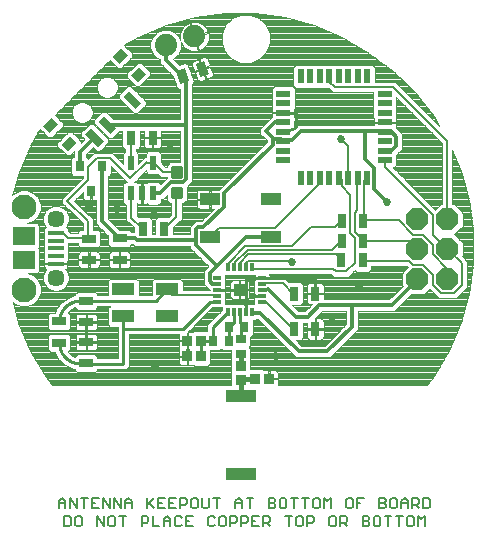
<source format=gtl>
G75*
%MOIN*%
%OFA0B0*%
%FSLAX25Y25*%
%IPPOS*%
%LPD*%
%AMOC8*
5,1,8,0,0,1.08239X$1,22.5*
%
%ADD10C,0.00600*%
%ADD11R,0.05000X0.02200*%
%ADD12R,0.02200X0.05000*%
%ADD13R,0.03150X0.03543*%
%ADD14R,0.06500X0.03937*%
%ADD15R,0.03150X0.04724*%
%ADD16R,0.04724X0.03150*%
%ADD17C,0.07400*%
%ADD18R,0.02165X0.04724*%
%ADD19C,0.05709*%
%ADD20R,0.05315X0.01575*%
%ADD21R,0.07480X0.05906*%
%ADD22C,0.08268*%
%ADD23R,0.10000X0.04000*%
%ADD24R,0.03937X0.03937*%
%ADD25R,0.02559X0.01181*%
%ADD26R,0.01181X0.02559*%
%ADD27OC8,0.07400*%
%ADD28R,0.03937X0.03150*%
%ADD29R,0.02756X0.05906*%
%ADD30R,0.07480X0.04331*%
%ADD31C,0.01181*%
%ADD32R,0.03346X0.03543*%
%ADD33R,0.03543X0.03346*%
%ADD34R,0.02756X0.03543*%
%ADD35R,0.03543X0.02756*%
%ADD36C,0.00394*%
%ADD37C,0.01000*%
%ADD38C,0.01200*%
%ADD39C,0.02700*%
%ADD40C,0.01600*%
D10*
X0024132Y0008633D02*
X0024132Y0010902D01*
X0025266Y0012036D01*
X0026401Y0010902D01*
X0026401Y0008633D01*
X0027815Y0008633D02*
X0027815Y0012036D01*
X0030084Y0008633D01*
X0030084Y0012036D01*
X0031498Y0012036D02*
X0033767Y0012036D01*
X0032633Y0012036D02*
X0032633Y0008633D01*
X0035182Y0008633D02*
X0037450Y0008633D01*
X0038865Y0008633D02*
X0038865Y0012036D01*
X0041133Y0008633D01*
X0041133Y0012036D01*
X0042548Y0012036D02*
X0044816Y0008633D01*
X0044816Y0012036D01*
X0046231Y0010902D02*
X0047365Y0012036D01*
X0048500Y0010902D01*
X0048500Y0008633D01*
X0048500Y0010335D02*
X0046231Y0010335D01*
X0046231Y0010902D02*
X0046231Y0008633D01*
X0046658Y0006036D02*
X0044389Y0006036D01*
X0045524Y0006036D02*
X0045524Y0002633D01*
X0042975Y0003200D02*
X0042975Y0005469D01*
X0042408Y0006036D01*
X0041273Y0006036D01*
X0040706Y0005469D01*
X0040706Y0003200D01*
X0041273Y0002633D01*
X0042408Y0002633D01*
X0042975Y0003200D01*
X0039292Y0002633D02*
X0039292Y0006036D01*
X0037023Y0006036D02*
X0037023Y0002633D01*
X0039292Y0002633D02*
X0037023Y0006036D01*
X0035182Y0008633D02*
X0035182Y0012036D01*
X0037450Y0012036D01*
X0036316Y0010335D02*
X0035182Y0010335D01*
X0031358Y0006036D02*
X0031925Y0005469D01*
X0031925Y0003200D01*
X0031358Y0002633D01*
X0030224Y0002633D01*
X0029657Y0003200D01*
X0029657Y0005469D01*
X0030224Y0006036D01*
X0031358Y0006036D01*
X0028242Y0005469D02*
X0028242Y0003200D01*
X0027675Y0002633D01*
X0025974Y0002633D01*
X0025974Y0006036D01*
X0027675Y0006036D01*
X0028242Y0005469D01*
X0026401Y0010335D02*
X0024132Y0010335D01*
X0042548Y0008633D02*
X0042548Y0012036D01*
X0051756Y0006036D02*
X0051756Y0002633D01*
X0051756Y0003768D02*
X0053457Y0003768D01*
X0054024Y0004335D01*
X0054024Y0005469D01*
X0053457Y0006036D01*
X0051756Y0006036D01*
X0053597Y0008633D02*
X0053597Y0012036D01*
X0054164Y0010335D02*
X0055866Y0008633D01*
X0057280Y0008633D02*
X0059549Y0008633D01*
X0060964Y0008633D02*
X0063232Y0008633D01*
X0064647Y0008633D02*
X0064647Y0012036D01*
X0066348Y0012036D01*
X0066915Y0011469D01*
X0066915Y0010335D01*
X0066348Y0009768D01*
X0064647Y0009768D01*
X0063232Y0012036D02*
X0060964Y0012036D01*
X0060964Y0008633D01*
X0060964Y0010335D02*
X0062098Y0010335D01*
X0059549Y0012036D02*
X0057280Y0012036D01*
X0057280Y0008633D01*
X0057280Y0010335D02*
X0058415Y0010335D01*
X0055866Y0012036D02*
X0053597Y0009768D01*
X0055439Y0006036D02*
X0055439Y0002633D01*
X0057707Y0002633D01*
X0059122Y0002633D02*
X0059122Y0004902D01*
X0060256Y0006036D01*
X0061391Y0004902D01*
X0061391Y0002633D01*
X0062805Y0003200D02*
X0063372Y0002633D01*
X0064507Y0002633D01*
X0065074Y0003200D01*
X0066488Y0002633D02*
X0068757Y0002633D01*
X0067623Y0004335D02*
X0066488Y0004335D01*
X0066488Y0006036D02*
X0066488Y0002633D01*
X0065074Y0005469D02*
X0064507Y0006036D01*
X0063372Y0006036D01*
X0062805Y0005469D01*
X0062805Y0003200D01*
X0061391Y0004335D02*
X0059122Y0004335D01*
X0066488Y0006036D02*
X0068757Y0006036D01*
X0068897Y0008633D02*
X0070031Y0008633D01*
X0070598Y0009200D01*
X0070598Y0011469D01*
X0070031Y0012036D01*
X0068897Y0012036D01*
X0068330Y0011469D01*
X0068330Y0009200D01*
X0068897Y0008633D01*
X0072013Y0009200D02*
X0072013Y0012036D01*
X0074282Y0012036D02*
X0074282Y0009200D01*
X0073714Y0008633D01*
X0072580Y0008633D01*
X0072013Y0009200D01*
X0074422Y0006036D02*
X0073855Y0005469D01*
X0073855Y0003200D01*
X0074422Y0002633D01*
X0075556Y0002633D01*
X0076123Y0003200D01*
X0077538Y0003200D02*
X0078105Y0002633D01*
X0079239Y0002633D01*
X0079806Y0003200D01*
X0079806Y0005469D01*
X0079239Y0006036D01*
X0078105Y0006036D01*
X0077538Y0005469D01*
X0077538Y0003200D01*
X0076123Y0005469D02*
X0075556Y0006036D01*
X0074422Y0006036D01*
X0076830Y0008633D02*
X0076830Y0012036D01*
X0075696Y0012036D02*
X0077965Y0012036D01*
X0083062Y0010902D02*
X0083062Y0008633D01*
X0083062Y0010335D02*
X0085331Y0010335D01*
X0085331Y0010902D02*
X0084197Y0012036D01*
X0083062Y0010902D01*
X0085331Y0010902D02*
X0085331Y0008633D01*
X0084904Y0006036D02*
X0086605Y0006036D01*
X0087173Y0005469D01*
X0087173Y0004335D01*
X0086605Y0003768D01*
X0084904Y0003768D01*
X0084904Y0002633D02*
X0084904Y0006036D01*
X0083490Y0005469D02*
X0083490Y0004335D01*
X0082922Y0003768D01*
X0081221Y0003768D01*
X0081221Y0002633D02*
X0081221Y0006036D01*
X0082922Y0006036D01*
X0083490Y0005469D01*
X0088587Y0006036D02*
X0088587Y0002633D01*
X0090856Y0002633D01*
X0092270Y0002633D02*
X0092270Y0006036D01*
X0093972Y0006036D01*
X0094539Y0005469D01*
X0094539Y0004335D01*
X0093972Y0003768D01*
X0092270Y0003768D01*
X0093405Y0003768D02*
X0094539Y0002633D01*
X0090856Y0006036D02*
X0088587Y0006036D01*
X0088587Y0004335D02*
X0089721Y0004335D01*
X0087880Y0008633D02*
X0087880Y0012036D01*
X0086746Y0012036D02*
X0089014Y0012036D01*
X0094112Y0012036D02*
X0094112Y0008633D01*
X0095813Y0008633D01*
X0096381Y0009200D01*
X0096381Y0009768D01*
X0095813Y0010335D01*
X0094112Y0010335D01*
X0094112Y0012036D02*
X0095813Y0012036D01*
X0096381Y0011469D01*
X0096381Y0010902D01*
X0095813Y0010335D01*
X0097795Y0011469D02*
X0097795Y0009200D01*
X0098362Y0008633D01*
X0099497Y0008633D01*
X0100064Y0009200D01*
X0100064Y0011469D01*
X0099497Y0012036D01*
X0098362Y0012036D01*
X0097795Y0011469D01*
X0101478Y0012036D02*
X0103747Y0012036D01*
X0102612Y0012036D02*
X0102612Y0008633D01*
X0101905Y0006036D02*
X0099637Y0006036D01*
X0100771Y0006036D02*
X0100771Y0002633D01*
X0103320Y0003200D02*
X0103320Y0005469D01*
X0103887Y0006036D01*
X0105021Y0006036D01*
X0105588Y0005469D01*
X0105588Y0003200D01*
X0105021Y0002633D01*
X0103887Y0002633D01*
X0103320Y0003200D01*
X0107003Y0002633D02*
X0107003Y0006036D01*
X0108704Y0006036D01*
X0109272Y0005469D01*
X0109272Y0004335D01*
X0108704Y0003768D01*
X0107003Y0003768D01*
X0106296Y0008633D02*
X0106296Y0012036D01*
X0107430Y0012036D02*
X0105161Y0012036D01*
X0108844Y0011469D02*
X0108844Y0009200D01*
X0109412Y0008633D01*
X0110546Y0008633D01*
X0111113Y0009200D01*
X0111113Y0011469D01*
X0110546Y0012036D01*
X0109412Y0012036D01*
X0108844Y0011469D01*
X0112528Y0012036D02*
X0112528Y0008633D01*
X0114796Y0008633D02*
X0114796Y0012036D01*
X0113662Y0010902D01*
X0112528Y0012036D01*
X0114936Y0006036D02*
X0114369Y0005469D01*
X0114369Y0003200D01*
X0114936Y0002633D01*
X0116071Y0002633D01*
X0116638Y0003200D01*
X0116638Y0005469D01*
X0116071Y0006036D01*
X0114936Y0006036D01*
X0118052Y0006036D02*
X0119754Y0006036D01*
X0120321Y0005469D01*
X0120321Y0004335D01*
X0119754Y0003768D01*
X0118052Y0003768D01*
X0119187Y0003768D02*
X0120321Y0002633D01*
X0118052Y0002633D02*
X0118052Y0006036D01*
X0120461Y0008633D02*
X0119894Y0009200D01*
X0119894Y0011469D01*
X0120461Y0012036D01*
X0121595Y0012036D01*
X0122163Y0011469D01*
X0122163Y0009200D01*
X0121595Y0008633D01*
X0120461Y0008633D01*
X0123577Y0008633D02*
X0123577Y0012036D01*
X0125846Y0012036D01*
X0124711Y0010335D02*
X0123577Y0010335D01*
X0125419Y0006036D02*
X0127120Y0006036D01*
X0127687Y0005469D01*
X0127687Y0004902D01*
X0127120Y0004335D01*
X0125419Y0004335D01*
X0127120Y0004335D02*
X0127687Y0003768D01*
X0127687Y0003200D01*
X0127120Y0002633D01*
X0125419Y0002633D01*
X0125419Y0006036D01*
X0129102Y0005469D02*
X0129102Y0003200D01*
X0129669Y0002633D01*
X0130803Y0002633D01*
X0131370Y0003200D01*
X0131370Y0005469D01*
X0130803Y0006036D01*
X0129669Y0006036D01*
X0129102Y0005469D01*
X0130943Y0008633D02*
X0132645Y0008633D01*
X0133212Y0009200D01*
X0133212Y0009768D01*
X0132645Y0010335D01*
X0130943Y0010335D01*
X0130943Y0012036D02*
X0130943Y0008633D01*
X0132645Y0010335D02*
X0133212Y0010902D01*
X0133212Y0011469D01*
X0132645Y0012036D01*
X0130943Y0012036D01*
X0134627Y0011469D02*
X0134627Y0009200D01*
X0135194Y0008633D01*
X0136328Y0008633D01*
X0136895Y0009200D01*
X0136895Y0011469D01*
X0136328Y0012036D01*
X0135194Y0012036D01*
X0134627Y0011469D01*
X0138310Y0010902D02*
X0138310Y0008633D01*
X0138310Y0010335D02*
X0140578Y0010335D01*
X0140578Y0010902D02*
X0139444Y0012036D01*
X0138310Y0010902D01*
X0140578Y0010902D02*
X0140578Y0008633D01*
X0141993Y0008633D02*
X0141993Y0012036D01*
X0143694Y0012036D01*
X0144261Y0011469D01*
X0144261Y0010335D01*
X0143694Y0009768D01*
X0141993Y0009768D01*
X0143127Y0009768D02*
X0144261Y0008633D01*
X0145676Y0008633D02*
X0147377Y0008633D01*
X0147945Y0009200D01*
X0147945Y0011469D01*
X0147377Y0012036D01*
X0145676Y0012036D01*
X0145676Y0008633D01*
X0146103Y0006036D02*
X0146103Y0002633D01*
X0143834Y0002633D02*
X0143834Y0006036D01*
X0144969Y0004902D01*
X0146103Y0006036D01*
X0142420Y0005469D02*
X0142420Y0003200D01*
X0141853Y0002633D01*
X0140718Y0002633D01*
X0140151Y0003200D01*
X0140151Y0005469D01*
X0140718Y0006036D01*
X0141853Y0006036D01*
X0142420Y0005469D01*
X0138737Y0006036D02*
X0136468Y0006036D01*
X0137602Y0006036D02*
X0137602Y0002633D01*
X0133919Y0002633D02*
X0133919Y0006036D01*
X0132785Y0006036D02*
X0135054Y0006036D01*
X0102587Y0068357D02*
X0102194Y0068357D01*
X0093335Y0077215D01*
X0092351Y0077215D01*
X0091962Y0077531D01*
X0091962Y0083436D02*
X0092351Y0083613D01*
X0098749Y0083613D01*
X0102194Y0080168D01*
X0102587Y0080168D01*
X0101800Y0090798D02*
X0101782Y0090832D01*
X0101482Y0091132D01*
X0087082Y0091132D01*
X0086482Y0090532D01*
X0086450Y0090409D01*
X0086450Y0088948D01*
X0084682Y0089032D02*
X0084682Y0090532D01*
X0087382Y0093232D01*
X0116482Y0093232D01*
X0118282Y0091432D01*
X0118323Y0091268D01*
X0115481Y0088534D02*
X0116465Y0087550D01*
X0119910Y0087550D01*
X0122863Y0090503D01*
X0122863Y0098869D01*
X0121387Y0100345D01*
X0121387Y0113140D01*
X0118434Y0116093D01*
X0118434Y0118062D01*
X0117942Y0118554D01*
X0117480Y0118836D01*
X0120629Y0118836D02*
X0120629Y0129449D01*
X0118335Y0131743D01*
X0123779Y0118836D02*
X0123682Y0118732D01*
X0123682Y0107932D01*
X0122782Y0107032D01*
X0122782Y0100732D01*
X0125482Y0098032D01*
X0125525Y0097867D01*
X0125782Y0097732D01*
X0140782Y0097732D01*
X0143482Y0095032D01*
X0143725Y0094976D01*
X0140782Y0091132D02*
X0142282Y0089632D01*
X0145582Y0089632D01*
X0148882Y0086332D01*
X0148882Y0083032D01*
X0151582Y0080332D01*
X0155782Y0080332D01*
X0158482Y0083032D01*
X0158482Y0090232D01*
X0153982Y0094732D01*
X0153725Y0094976D01*
X0153682Y0095032D01*
X0148882Y0099832D01*
X0148882Y0106432D01*
X0132982Y0122332D01*
X0132982Y0124432D01*
X0132805Y0124713D01*
X0126928Y0118836D02*
X0126682Y0118732D01*
X0125782Y0117832D01*
X0125782Y0104632D01*
X0125494Y0104472D01*
X0126082Y0104632D01*
X0137482Y0104632D01*
X0142282Y0099832D01*
X0145582Y0099832D01*
X0148882Y0096532D01*
X0148882Y0093232D01*
X0153682Y0088432D01*
X0153725Y0084976D01*
X0153682Y0085132D01*
X0153682Y0088432D01*
X0140782Y0091132D02*
X0125482Y0091132D01*
X0125410Y0091268D01*
X0118439Y0097867D02*
X0118282Y0097732D01*
X0115282Y0094732D01*
X0087082Y0094732D01*
X0082582Y0090232D01*
X0082582Y0089032D01*
X0082513Y0088948D01*
X0080545Y0088948D02*
X0080540Y0089026D01*
X0080540Y0090503D01*
X0080782Y0090532D01*
X0086182Y0095932D01*
X0101782Y0095932D01*
X0107482Y0101632D01*
X0107607Y0101822D01*
X0108099Y0102314D01*
X0108099Y0102232D01*
X0116182Y0102232D01*
X0118282Y0104332D01*
X0118407Y0104472D01*
X0111082Y0116932D02*
X0096082Y0101932D01*
X0077482Y0101932D01*
X0074782Y0099232D01*
X0074579Y0099035D01*
X0084482Y0088948D02*
X0084682Y0089032D01*
X0088419Y0088948D02*
X0088906Y0088534D01*
X0115481Y0088534D01*
X0111082Y0116932D02*
X0111082Y0118732D01*
X0111180Y0118836D01*
X0116182Y0149032D02*
X0135682Y0149032D01*
X0153682Y0131032D01*
X0153682Y0105232D01*
X0153725Y0104976D01*
X0116182Y0149032D02*
X0114382Y0150832D01*
X0114382Y0152632D01*
X0114330Y0152636D01*
X0063382Y0120832D02*
X0063477Y0120550D01*
X0063382Y0120832D02*
X0058882Y0120832D01*
X0055882Y0123832D01*
X0055616Y0123867D01*
X0055582Y0123832D01*
X0053482Y0123832D01*
X0053473Y0123967D01*
X0048060Y0118554D01*
X0041170Y0125444D01*
X0036741Y0125444D01*
X0033788Y0122491D01*
X0033788Y0118062D01*
X0026898Y0111172D01*
X0033788Y0104282D01*
X0033982Y0104282D01*
X0033982Y0104332D01*
X0033982Y0104282D02*
X0033982Y0098932D01*
X0034214Y0098542D01*
X0033982Y0098632D01*
X0027382Y0098632D01*
X0025882Y0100132D01*
X0023482Y0100132D01*
X0023194Y0100419D01*
X0048382Y0105532D02*
X0051982Y0101932D01*
X0052194Y0101853D01*
X0048382Y0105532D02*
X0048382Y0113332D01*
X0048136Y0113630D01*
X0048136Y0123867D02*
X0048082Y0124132D01*
X0048082Y0131932D01*
X0048329Y0132188D01*
X0063382Y0113632D02*
X0063477Y0113645D01*
X0063382Y0113632D02*
X0063382Y0105832D01*
X0059482Y0101932D01*
X0059281Y0101853D01*
X0060279Y0081624D02*
X0060363Y0081152D01*
X0061839Y0079676D01*
X0076603Y0079676D01*
X0077002Y0079499D01*
D11*
X0099005Y0124713D03*
X0099005Y0127862D03*
X0099005Y0131012D03*
X0099005Y0134161D03*
X0099005Y0137311D03*
X0099005Y0140461D03*
X0099005Y0143610D03*
X0099005Y0146760D03*
X0132805Y0146760D03*
X0132805Y0143610D03*
X0132805Y0140461D03*
X0132805Y0137311D03*
X0132805Y0134161D03*
X0132805Y0131012D03*
X0132805Y0127862D03*
X0132805Y0124713D03*
D12*
X0126928Y0118836D03*
X0123779Y0118836D03*
X0120629Y0118836D03*
X0117480Y0118836D03*
X0114330Y0118836D03*
X0111180Y0118836D03*
X0108031Y0118836D03*
X0104881Y0118836D03*
X0104881Y0152636D03*
X0108031Y0152636D03*
X0111180Y0152636D03*
X0114330Y0152636D03*
X0117480Y0152636D03*
X0120629Y0152636D03*
X0123779Y0152636D03*
X0126928Y0152636D03*
D13*
X0038652Y0122585D03*
X0031171Y0122585D03*
X0034912Y0114317D03*
D14*
X0074579Y0111633D03*
X0074579Y0099035D03*
X0094870Y0099035D03*
X0094870Y0111633D03*
D15*
X0118407Y0104472D03*
X0118439Y0097867D03*
X0118323Y0091268D03*
X0125410Y0091268D03*
X0125525Y0097867D03*
X0125494Y0104472D03*
X0109674Y0080168D03*
X0102587Y0080168D03*
X0102587Y0068357D03*
X0109674Y0068357D03*
X0059281Y0101853D03*
X0052194Y0101853D03*
X0055416Y0132188D03*
X0048329Y0132188D03*
G36*
X0063113Y0154334D02*
X0066072Y0155412D01*
X0067687Y0150974D01*
X0064728Y0149896D01*
X0063113Y0154334D01*
G37*
G36*
X0069772Y0156757D02*
X0072731Y0157835D01*
X0074346Y0153397D01*
X0071387Y0152319D01*
X0069772Y0156757D01*
G37*
D16*
X0044469Y0098552D03*
X0044469Y0091465D03*
X0034214Y0091456D03*
X0034214Y0098542D03*
X0033296Y0077806D03*
X0033296Y0070719D03*
X0033296Y0064026D03*
X0033296Y0056940D03*
X0024275Y0063801D03*
X0024275Y0070888D03*
D17*
X0059754Y0162983D03*
X0069312Y0165923D03*
D18*
X0055616Y0123867D03*
X0048136Y0123867D03*
X0048136Y0113630D03*
X0051876Y0113630D03*
X0055616Y0113630D03*
D19*
X0023194Y0105144D03*
X0023194Y0085459D03*
D20*
X0023194Y0090183D03*
X0023194Y0092742D03*
X0023194Y0095301D03*
X0023194Y0097860D03*
X0023194Y0100419D03*
D21*
X0012564Y0099238D03*
X0012564Y0091364D03*
D22*
X0012605Y0081524D03*
X0012559Y0109096D03*
D23*
X0084875Y0046193D03*
X0084875Y0020193D03*
D24*
X0084482Y0081468D03*
D25*
X0091962Y0081468D03*
X0091962Y0083436D03*
X0091962Y0085405D03*
X0091962Y0079499D03*
X0091962Y0077531D03*
X0077002Y0077531D03*
X0077002Y0079499D03*
X0077002Y0081468D03*
X0077002Y0083436D03*
X0077002Y0085405D03*
D26*
X0080545Y0088948D03*
X0082513Y0088948D03*
X0084482Y0088948D03*
X0086450Y0088948D03*
X0088419Y0088948D03*
X0088419Y0073988D03*
X0086450Y0073988D03*
X0084482Y0073988D03*
X0082513Y0073988D03*
X0080545Y0073988D03*
D27*
X0143725Y0084976D03*
X0143725Y0094976D03*
X0153725Y0094976D03*
X0153725Y0084976D03*
X0153725Y0104976D03*
X0143725Y0104976D03*
D28*
G36*
X0048226Y0152976D02*
X0051008Y0155758D01*
X0053236Y0153530D01*
X0050454Y0150748D01*
X0048226Y0152976D01*
G37*
G36*
X0042102Y0159100D02*
X0044884Y0161882D01*
X0047112Y0159654D01*
X0044330Y0156872D01*
X0042102Y0159100D01*
G37*
G36*
X0018996Y0135994D02*
X0021778Y0138776D01*
X0024006Y0136548D01*
X0021224Y0133766D01*
X0018996Y0135994D01*
G37*
G36*
X0025120Y0129869D02*
X0027902Y0132651D01*
X0030130Y0130423D01*
X0027348Y0127641D01*
X0025120Y0129869D01*
G37*
D29*
G36*
X0033054Y0133347D02*
X0035003Y0135296D01*
X0039178Y0131121D01*
X0037229Y0129172D01*
X0033054Y0133347D01*
G37*
G36*
X0037230Y0137523D02*
X0039179Y0139472D01*
X0043354Y0135297D01*
X0041405Y0133348D01*
X0037230Y0137523D01*
G37*
G36*
X0045581Y0145875D02*
X0047530Y0147824D01*
X0051705Y0143649D01*
X0049756Y0141700D01*
X0045581Y0145875D01*
G37*
D30*
X0045713Y0081624D03*
X0045713Y0072569D03*
X0060279Y0072569D03*
X0060279Y0081624D03*
D31*
X0062099Y0115023D02*
X0064855Y0115023D01*
X0064855Y0112267D01*
X0062099Y0112267D01*
X0062099Y0115023D01*
X0062099Y0113447D02*
X0064855Y0113447D01*
X0064855Y0114627D02*
X0062099Y0114627D01*
X0062099Y0121928D02*
X0064855Y0121928D01*
X0064855Y0119172D01*
X0062099Y0119172D01*
X0062099Y0121928D01*
X0062099Y0120352D02*
X0064855Y0120352D01*
X0064855Y0121532D02*
X0062099Y0121532D01*
D32*
X0066984Y0064406D03*
X0071551Y0064406D03*
X0071564Y0059323D03*
X0066997Y0059323D03*
X0089682Y0051809D03*
X0094249Y0051809D03*
D33*
X0084871Y0051507D03*
X0084871Y0056073D03*
D34*
X0080737Y0064420D03*
X0080930Y0068951D03*
X0086048Y0068951D03*
X0075619Y0064420D03*
D35*
X0084871Y0065010D03*
X0084871Y0059892D03*
D36*
X0087437Y0062451D02*
X0088039Y0063054D01*
X0088039Y0065818D01*
X0088823Y0066601D01*
X0088823Y0071302D01*
X0088813Y0071311D01*
X0089588Y0071311D01*
X0090050Y0071773D01*
X0090441Y0071773D01*
X0102165Y0060050D01*
X0103335Y0058880D01*
X0114438Y0058880D01*
X0122706Y0067148D01*
X0123876Y0068317D01*
X0123876Y0074234D01*
X0135993Y0074234D01*
X0141639Y0079879D01*
X0145837Y0079879D01*
X0147736Y0081778D01*
X0149885Y0079629D01*
X0150879Y0078635D01*
X0156485Y0078635D01*
X0159185Y0081335D01*
X0160179Y0082329D01*
X0160179Y0090935D01*
X0158535Y0092578D01*
X0158822Y0092865D01*
X0158822Y0097087D01*
X0155933Y0099976D01*
X0158822Y0102865D01*
X0158822Y0107087D01*
X0155837Y0110073D01*
X0155379Y0110073D01*
X0155379Y0128000D01*
X0158321Y0121025D01*
X0161011Y0111161D01*
X0162367Y0101028D01*
X0162367Y0090804D01*
X0161011Y0080671D01*
X0158321Y0070807D01*
X0154347Y0061387D01*
X0149158Y0052578D01*
X0146957Y0049774D01*
X0097085Y0049752D01*
X0097119Y0049880D01*
X0097119Y0051612D01*
X0094446Y0051612D01*
X0094446Y0052006D01*
X0097119Y0052006D01*
X0097119Y0053738D01*
X0097037Y0054043D01*
X0096880Y0054316D01*
X0096657Y0054538D01*
X0096384Y0054696D01*
X0096080Y0054778D01*
X0094446Y0054778D01*
X0094446Y0052006D01*
X0094052Y0052006D01*
X0094052Y0054778D01*
X0092418Y0054778D01*
X0092194Y0054718D01*
X0091934Y0054978D01*
X0088039Y0054978D01*
X0088039Y0061849D01*
X0087437Y0062451D01*
X0087479Y0062494D02*
X0099721Y0062494D01*
X0099329Y0062886D02*
X0087871Y0062886D01*
X0088039Y0063278D02*
X0098937Y0063278D01*
X0098544Y0063670D02*
X0088039Y0063670D01*
X0088039Y0064063D02*
X0098152Y0064063D01*
X0097760Y0064455D02*
X0088039Y0064455D01*
X0088039Y0064847D02*
X0097368Y0064847D01*
X0096976Y0065239D02*
X0088039Y0065239D01*
X0088039Y0065632D02*
X0096583Y0065632D01*
X0096191Y0066024D02*
X0088245Y0066024D01*
X0088637Y0066416D02*
X0095799Y0066416D01*
X0095407Y0066808D02*
X0088823Y0066808D01*
X0088823Y0067200D02*
X0095015Y0067200D01*
X0094622Y0067593D02*
X0088823Y0067593D01*
X0088823Y0067985D02*
X0094230Y0067985D01*
X0093838Y0068377D02*
X0088823Y0068377D01*
X0088823Y0068769D02*
X0093446Y0068769D01*
X0093053Y0069161D02*
X0088823Y0069161D01*
X0088823Y0069554D02*
X0092661Y0069554D01*
X0092269Y0069946D02*
X0088823Y0069946D01*
X0088823Y0070338D02*
X0091877Y0070338D01*
X0091485Y0070730D02*
X0088823Y0070730D01*
X0088823Y0071122D02*
X0091092Y0071122D01*
X0090700Y0071515D02*
X0089792Y0071515D01*
X0089286Y0076664D02*
X0087250Y0076664D01*
X0087050Y0076464D01*
X0086549Y0076464D01*
X0086549Y0075963D01*
X0086450Y0075865D01*
X0086352Y0075963D01*
X0086352Y0076464D01*
X0085851Y0076464D01*
X0085651Y0076664D01*
X0079678Y0076664D01*
X0079678Y0080668D01*
X0079478Y0080868D01*
X0079478Y0081369D01*
X0078977Y0081369D01*
X0078879Y0081468D01*
X0078977Y0081566D01*
X0079478Y0081566D01*
X0079478Y0082067D01*
X0079678Y0082267D01*
X0079678Y0086272D01*
X0089518Y0086272D01*
X0089486Y0086153D01*
X0089486Y0085503D01*
X0091864Y0085503D01*
X0091864Y0085424D01*
X0090104Y0085424D01*
X0089987Y0085306D01*
X0089486Y0085306D01*
X0089486Y0084805D01*
X0089286Y0084605D01*
X0089286Y0080299D01*
X0089486Y0080099D01*
X0089486Y0079598D01*
X0089987Y0079598D01*
X0090085Y0079499D01*
X0089987Y0079401D01*
X0089486Y0079401D01*
X0089486Y0078900D01*
X0089286Y0078700D01*
X0089286Y0076664D01*
X0089286Y0077006D02*
X0079678Y0077006D01*
X0079678Y0077398D02*
X0089286Y0077398D01*
X0089286Y0077790D02*
X0079678Y0077790D01*
X0079678Y0078182D02*
X0089286Y0078182D01*
X0089286Y0078575D02*
X0087218Y0078575D01*
X0087185Y0078542D02*
X0087408Y0078764D01*
X0087566Y0079037D01*
X0087647Y0079342D01*
X0087647Y0081271D01*
X0084679Y0081271D01*
X0084679Y0081665D01*
X0084285Y0081665D01*
X0084285Y0084633D01*
X0082356Y0084633D01*
X0082051Y0084552D01*
X0081778Y0084394D01*
X0081556Y0084171D01*
X0081398Y0083898D01*
X0081317Y0083594D01*
X0081316Y0081665D01*
X0084285Y0081665D01*
X0084285Y0081271D01*
X0081317Y0081271D01*
X0081317Y0079342D01*
X0081398Y0079037D01*
X0081556Y0078764D01*
X0081778Y0078542D01*
X0082051Y0078384D01*
X0082356Y0078302D01*
X0084285Y0078302D01*
X0084285Y0081271D01*
X0084679Y0081271D01*
X0084679Y0078302D01*
X0086608Y0078302D01*
X0086912Y0078384D01*
X0087185Y0078542D01*
X0087525Y0078967D02*
X0089486Y0078967D01*
X0089486Y0079359D02*
X0087647Y0079359D01*
X0087647Y0079751D02*
X0089486Y0079751D01*
X0089441Y0080143D02*
X0087647Y0080143D01*
X0087647Y0080536D02*
X0089286Y0080536D01*
X0089286Y0080928D02*
X0087647Y0080928D01*
X0087647Y0081665D02*
X0087647Y0083594D01*
X0087566Y0083898D01*
X0087408Y0084171D01*
X0087185Y0084394D01*
X0086912Y0084552D01*
X0086608Y0084633D01*
X0084679Y0084633D01*
X0084679Y0081665D01*
X0087647Y0081665D01*
X0087647Y0081712D02*
X0089286Y0081712D01*
X0089286Y0081320D02*
X0084679Y0081320D01*
X0084679Y0081712D02*
X0084285Y0081712D01*
X0084285Y0081320D02*
X0079478Y0081320D01*
X0079478Y0081712D02*
X0081317Y0081712D01*
X0081317Y0082104D02*
X0079515Y0082104D01*
X0079678Y0082497D02*
X0081317Y0082497D01*
X0081317Y0082889D02*
X0079678Y0082889D01*
X0079678Y0083281D02*
X0081317Y0083281D01*
X0081338Y0083673D02*
X0079678Y0083673D01*
X0079678Y0084065D02*
X0081495Y0084065D01*
X0081889Y0084458D02*
X0079678Y0084458D01*
X0079678Y0084850D02*
X0089486Y0084850D01*
X0089486Y0085242D02*
X0079678Y0085242D01*
X0079678Y0085634D02*
X0089486Y0085634D01*
X0089486Y0086027D02*
X0079678Y0086027D01*
X0084285Y0084458D02*
X0084679Y0084458D01*
X0084679Y0084065D02*
X0084285Y0084065D01*
X0084285Y0083673D02*
X0084679Y0083673D01*
X0084679Y0083281D02*
X0084285Y0083281D01*
X0084285Y0082889D02*
X0084679Y0082889D01*
X0084679Y0082497D02*
X0084285Y0082497D01*
X0084285Y0082104D02*
X0084679Y0082104D01*
X0084679Y0080928D02*
X0084285Y0080928D01*
X0084285Y0080536D02*
X0084679Y0080536D01*
X0084679Y0080143D02*
X0084285Y0080143D01*
X0084285Y0079751D02*
X0084679Y0079751D01*
X0084679Y0079359D02*
X0084285Y0079359D01*
X0084285Y0078967D02*
X0084679Y0078967D01*
X0084679Y0078575D02*
X0084285Y0078575D01*
X0085701Y0076613D02*
X0087199Y0076613D01*
X0086549Y0076221D02*
X0086352Y0076221D01*
X0081746Y0078575D02*
X0079678Y0078575D01*
X0079678Y0078967D02*
X0081439Y0078967D01*
X0081317Y0079359D02*
X0079678Y0079359D01*
X0079678Y0079751D02*
X0081317Y0079751D01*
X0081317Y0080143D02*
X0079678Y0080143D01*
X0079678Y0080536D02*
X0081317Y0080536D01*
X0081317Y0080928D02*
X0079478Y0080928D01*
X0074517Y0081373D02*
X0065416Y0081373D01*
X0065416Y0084368D01*
X0064598Y0085187D01*
X0055961Y0085187D01*
X0055142Y0084368D01*
X0055142Y0079703D01*
X0050850Y0079703D01*
X0050850Y0084368D01*
X0050031Y0085187D01*
X0041394Y0085187D01*
X0040576Y0084368D01*
X0040576Y0079703D01*
X0037055Y0079703D01*
X0037055Y0079959D01*
X0036237Y0080777D01*
X0030355Y0080777D01*
X0029537Y0079959D01*
X0029537Y0079618D01*
X0027142Y0078840D01*
X0024883Y0077198D01*
X0023241Y0074940D01*
X0023241Y0074940D01*
X0022890Y0073859D01*
X0021334Y0073859D01*
X0020516Y0073041D01*
X0020516Y0068734D01*
X0021334Y0067916D01*
X0027216Y0067916D01*
X0028034Y0068734D01*
X0028034Y0073041D01*
X0027220Y0073856D01*
X0027643Y0074438D01*
X0028914Y0075362D01*
X0029604Y0075586D01*
X0030355Y0074834D01*
X0036237Y0074834D01*
X0037055Y0075652D01*
X0037055Y0075909D01*
X0041171Y0075909D01*
X0040576Y0075313D01*
X0040576Y0069825D01*
X0041394Y0069007D01*
X0043816Y0069007D01*
X0043816Y0067723D01*
X0043823Y0067716D01*
X0043823Y0058686D01*
X0037055Y0058686D01*
X0037055Y0059093D01*
X0036237Y0059911D01*
X0030355Y0059911D01*
X0029608Y0059164D01*
X0028379Y0059673D01*
X0027219Y0060833D01*
X0028034Y0061648D01*
X0028034Y0065955D01*
X0027216Y0066773D01*
X0021334Y0066773D01*
X0020516Y0065955D01*
X0020516Y0061648D01*
X0021334Y0060830D01*
X0022888Y0060830D01*
X0023712Y0058840D01*
X0026176Y0056376D01*
X0029395Y0055043D01*
X0029537Y0055043D01*
X0029537Y0054786D01*
X0030355Y0053968D01*
X0036237Y0053968D01*
X0037055Y0054786D01*
X0037055Y0054892D01*
X0046506Y0054892D01*
X0047617Y0056003D01*
X0047617Y0066612D01*
X0064188Y0066612D01*
X0064114Y0066335D01*
X0064114Y0064603D01*
X0066787Y0064603D01*
X0066787Y0067057D01*
X0075274Y0075543D01*
X0078557Y0075543D01*
X0078557Y0074683D01*
X0074833Y0070958D01*
X0073722Y0069847D01*
X0073722Y0067588D01*
X0073662Y0067588D01*
X0073648Y0067574D01*
X0069299Y0067574D01*
X0069039Y0067314D01*
X0068815Y0067374D01*
X0067181Y0067374D01*
X0067181Y0064603D01*
X0066787Y0064603D01*
X0066787Y0064209D01*
X0064114Y0064209D01*
X0064114Y0062477D01*
X0064196Y0062172D01*
X0064353Y0061899D01*
X0064395Y0061858D01*
X0064366Y0061830D01*
X0064209Y0061557D01*
X0064127Y0061252D01*
X0064127Y0059520D01*
X0066800Y0059520D01*
X0066800Y0059126D01*
X0067194Y0059126D01*
X0067194Y0056355D01*
X0068828Y0056355D01*
X0069052Y0056415D01*
X0069312Y0056155D01*
X0073816Y0056155D01*
X0074634Y0056973D01*
X0074634Y0061251D01*
X0077575Y0061251D01*
X0078178Y0061854D01*
X0078780Y0061251D01*
X0081702Y0061251D01*
X0081702Y0053822D01*
X0081734Y0053790D01*
X0081702Y0053758D01*
X0081702Y0049745D01*
X0021939Y0049720D01*
X0019837Y0052386D01*
X0014658Y0061146D01*
X0010695Y0070519D01*
X0008785Y0077523D01*
X0009472Y0076836D01*
X0011505Y0075994D01*
X0013705Y0075994D01*
X0015738Y0076836D01*
X0017294Y0078391D01*
X0018136Y0080424D01*
X0018136Y0082624D01*
X0017294Y0084657D01*
X0015738Y0086213D01*
X0013803Y0087014D01*
X0016883Y0087014D01*
X0017701Y0087833D01*
X0017701Y0094895D01*
X0017296Y0095301D01*
X0017701Y0095707D01*
X0017701Y0102769D01*
X0016883Y0103588D01*
X0013715Y0103588D01*
X0015692Y0104407D01*
X0017248Y0105963D01*
X0018090Y0107995D01*
X0018090Y0110196D01*
X0017248Y0112228D01*
X0015692Y0113784D01*
X0013659Y0114626D01*
X0011459Y0114626D01*
X0009426Y0113784D01*
X0008718Y0113076D01*
X0010763Y0120496D01*
X0014752Y0129858D01*
X0017106Y0134135D01*
X0017992Y0135020D01*
X0020644Y0132369D01*
X0021801Y0132369D01*
X0025403Y0135971D01*
X0025403Y0137128D01*
X0022751Y0139780D01*
X0041098Y0158127D01*
X0043750Y0155475D01*
X0044907Y0155475D01*
X0048509Y0159077D01*
X0048509Y0160234D01*
X0045857Y0162886D01*
X0046261Y0163290D01*
X0050489Y0165639D01*
X0059746Y0169616D01*
X0069455Y0172309D01*
X0079439Y0173668D01*
X0089515Y0173668D01*
X0099499Y0172309D01*
X0109208Y0169616D01*
X0118466Y0165639D01*
X0122242Y0163540D01*
X0122243Y0163538D01*
X0122900Y0163173D01*
X0123544Y0162786D01*
X0123547Y0162787D01*
X0127318Y0160530D01*
X0135523Y0154431D01*
X0142846Y0147297D01*
X0149158Y0139254D01*
X0151020Y0136093D01*
X0136385Y0150729D01*
X0129425Y0150729D01*
X0129425Y0155715D01*
X0128607Y0156533D01*
X0103202Y0156533D01*
X0102384Y0155715D01*
X0102384Y0149558D01*
X0103202Y0148739D01*
X0114075Y0148739D01*
X0114485Y0148329D01*
X0115479Y0147335D01*
X0128908Y0147335D01*
X0128908Y0138782D01*
X0129111Y0138579D01*
X0129108Y0138569D01*
X0129108Y0137508D01*
X0132608Y0137508D01*
X0132608Y0137114D01*
X0129108Y0137114D01*
X0129108Y0136329D01*
X0103955Y0136329D01*
X0102785Y0135159D01*
X0102785Y0135159D01*
X0102702Y0135075D01*
X0102702Y0135419D01*
X0102699Y0135430D01*
X0102902Y0135632D01*
X0102902Y0138990D01*
X0102699Y0139192D01*
X0102702Y0139203D01*
X0102702Y0140264D01*
X0099202Y0140264D01*
X0099202Y0140657D01*
X0102702Y0140657D01*
X0102702Y0141718D01*
X0102699Y0141729D01*
X0102902Y0141932D01*
X0102902Y0148438D01*
X0102083Y0149257D01*
X0095926Y0149257D01*
X0095108Y0148438D01*
X0095108Y0141932D01*
X0095311Y0141729D01*
X0095308Y0141718D01*
X0095308Y0140657D01*
X0098808Y0140657D01*
X0098808Y0140264D01*
X0095308Y0140264D01*
X0095308Y0139203D01*
X0095311Y0139192D01*
X0095108Y0138990D01*
X0095108Y0138898D01*
X0092508Y0136299D01*
X0091339Y0135129D01*
X0091339Y0133475D01*
X0093414Y0131400D01*
X0093485Y0131098D01*
X0093485Y0130659D01*
X0078455Y0115629D01*
X0077625Y0114799D01*
X0074775Y0114799D01*
X0074775Y0111830D01*
X0074382Y0111830D01*
X0074382Y0111437D01*
X0070132Y0111437D01*
X0070132Y0109507D01*
X0070213Y0109203D01*
X0070371Y0108930D01*
X0070594Y0108707D01*
X0070867Y0108550D01*
X0071171Y0108468D01*
X0074382Y0108468D01*
X0074382Y0111436D01*
X0074775Y0111436D01*
X0074775Y0108468D01*
X0075794Y0108468D01*
X0071555Y0104229D01*
X0069755Y0104229D01*
X0069155Y0103629D01*
X0067985Y0102459D01*
X0067985Y0100029D01*
X0062252Y0100029D01*
X0062252Y0102302D01*
X0065079Y0105129D01*
X0065079Y0110280D01*
X0065679Y0110280D01*
X0066843Y0111444D01*
X0066843Y0115769D01*
X0067509Y0116435D01*
X0068679Y0117605D01*
X0068679Y0149847D01*
X0068709Y0149858D01*
X0069198Y0150906D01*
X0067186Y0156433D01*
X0066137Y0156922D01*
X0064362Y0156276D01*
X0062170Y0158467D01*
X0062641Y0158662D01*
X0064075Y0160096D01*
X0064851Y0161969D01*
X0064851Y0163893D01*
X0065124Y0163357D01*
X0065577Y0162733D01*
X0066122Y0162188D01*
X0066745Y0161735D01*
X0067432Y0161385D01*
X0068165Y0161147D01*
X0068926Y0161027D01*
X0069697Y0161027D01*
X0070459Y0161147D01*
X0070565Y0161182D01*
X0069182Y0165677D01*
X0069558Y0165793D01*
X0069442Y0166169D01*
X0073932Y0167551D01*
X0073850Y0167803D01*
X0073500Y0168490D01*
X0073047Y0169113D01*
X0072502Y0169658D01*
X0071878Y0170112D01*
X0071192Y0170461D01*
X0070459Y0170700D01*
X0069697Y0170820D01*
X0068926Y0170820D01*
X0068165Y0170700D01*
X0068059Y0170665D01*
X0069442Y0166169D01*
X0069066Y0166054D01*
X0067685Y0170543D01*
X0067432Y0170461D01*
X0066745Y0170112D01*
X0066122Y0169658D01*
X0065577Y0169113D01*
X0065124Y0168490D01*
X0064774Y0167803D01*
X0064536Y0167070D01*
X0064415Y0166309D01*
X0064415Y0165538D01*
X0064536Y0164777D01*
X0064564Y0164689D01*
X0064075Y0165870D01*
X0062641Y0167304D01*
X0060768Y0168080D01*
X0058740Y0168080D01*
X0056867Y0167304D01*
X0055433Y0165870D01*
X0054657Y0163997D01*
X0054657Y0161969D01*
X0055433Y0160096D01*
X0056867Y0158662D01*
X0057785Y0158282D01*
X0057785Y0157205D01*
X0062181Y0152809D01*
X0063613Y0148874D01*
X0064662Y0148385D01*
X0064685Y0148393D01*
X0064685Y0138429D01*
X0042198Y0138429D01*
X0039757Y0140869D01*
X0038600Y0140869D01*
X0035833Y0138102D01*
X0035833Y0136945D01*
X0040827Y0131951D01*
X0041984Y0131951D01*
X0044468Y0134435D01*
X0045357Y0134435D01*
X0045357Y0129247D01*
X0046176Y0128429D01*
X0046385Y0128429D01*
X0046385Y0127537D01*
X0045656Y0126808D01*
X0045656Y0123357D01*
X0042867Y0126146D01*
X0041873Y0127140D01*
X0036038Y0127140D01*
X0033988Y0125090D01*
X0033325Y0125754D01*
X0033279Y0125754D01*
X0033279Y0126605D01*
X0035550Y0128876D01*
X0036651Y0127775D01*
X0037808Y0127775D01*
X0040575Y0130542D01*
X0040575Y0131699D01*
X0035581Y0136693D01*
X0034424Y0136693D01*
X0031657Y0133926D01*
X0031657Y0132769D01*
X0032726Y0131700D01*
X0031527Y0130501D01*
X0031527Y0131003D01*
X0028482Y0134049D01*
X0027325Y0134049D01*
X0023723Y0130447D01*
X0023723Y0129289D01*
X0026768Y0126244D01*
X0027925Y0126244D01*
X0029285Y0127604D01*
X0029285Y0125754D01*
X0029018Y0125754D01*
X0028200Y0124935D01*
X0028200Y0120235D01*
X0029018Y0119417D01*
X0032091Y0119417D01*
X0032091Y0118765D01*
X0026196Y0112869D01*
X0025202Y0111875D01*
X0025202Y0110469D01*
X0032091Y0103579D01*
X0032285Y0103386D01*
X0032285Y0101514D01*
X0031274Y0101514D01*
X0030455Y0100696D01*
X0030455Y0100329D01*
X0028085Y0100329D01*
X0027579Y0100835D01*
X0027248Y0101165D01*
X0027248Y0101785D01*
X0026548Y0102486D01*
X0026798Y0102736D01*
X0027445Y0104298D01*
X0027445Y0105989D01*
X0026798Y0107552D01*
X0025602Y0108748D01*
X0024040Y0109395D01*
X0022349Y0109395D01*
X0020786Y0108748D01*
X0019590Y0107552D01*
X0018943Y0105989D01*
X0018943Y0104298D01*
X0019590Y0102736D01*
X0019840Y0102486D01*
X0019140Y0101785D01*
X0019140Y0091376D01*
X0019350Y0091166D01*
X0019340Y0091128D01*
X0019340Y0090380D01*
X0022997Y0090380D01*
X0022997Y0089986D01*
X0019340Y0089986D01*
X0019340Y0089238D01*
X0019421Y0088934D01*
X0019579Y0088661D01*
X0019802Y0088438D01*
X0020030Y0088306D01*
X0019590Y0087867D01*
X0018943Y0086304D01*
X0018943Y0084613D01*
X0019590Y0083050D01*
X0020786Y0081855D01*
X0022349Y0081207D01*
X0024040Y0081207D01*
X0025602Y0081855D01*
X0026798Y0083050D01*
X0027445Y0084613D01*
X0027445Y0086304D01*
X0026798Y0087867D01*
X0026359Y0088306D01*
X0026587Y0088438D01*
X0026809Y0088661D01*
X0026967Y0088934D01*
X0027048Y0089238D01*
X0027048Y0089986D01*
X0023391Y0089986D01*
X0023391Y0090380D01*
X0027048Y0090380D01*
X0027048Y0091128D01*
X0027038Y0091166D01*
X0027248Y0091376D01*
X0027248Y0096935D01*
X0030455Y0096935D01*
X0030455Y0096389D01*
X0031274Y0095571D01*
X0037155Y0095571D01*
X0037974Y0096389D01*
X0037974Y0100696D01*
X0037155Y0101514D01*
X0035679Y0101514D01*
X0035679Y0105035D01*
X0034685Y0106029D01*
X0034441Y0106029D01*
X0036713Y0106029D01*
X0036713Y0105637D02*
X0035076Y0105637D01*
X0035468Y0105245D02*
X0036713Y0105245D01*
X0036713Y0104853D02*
X0035679Y0104853D01*
X0035679Y0104461D02*
X0036713Y0104461D01*
X0036713Y0104068D02*
X0035679Y0104068D01*
X0035679Y0103676D02*
X0036713Y0103676D01*
X0036713Y0103455D02*
X0040710Y0099458D01*
X0040710Y0096398D01*
X0041528Y0095580D01*
X0047410Y0095580D01*
X0048228Y0096398D01*
X0048228Y0096635D01*
X0048755Y0096635D01*
X0049355Y0096035D01*
X0067985Y0096035D01*
X0067985Y0095405D01*
X0074058Y0089332D01*
X0072485Y0087759D01*
X0072485Y0083405D01*
X0073655Y0082235D01*
X0074517Y0081373D01*
X0074177Y0081712D02*
X0065416Y0081712D01*
X0065416Y0082104D02*
X0073785Y0082104D01*
X0073393Y0082497D02*
X0065416Y0082497D01*
X0065416Y0082889D02*
X0073001Y0082889D01*
X0072609Y0083281D02*
X0065416Y0083281D01*
X0065416Y0083673D02*
X0072485Y0083673D01*
X0072485Y0084065D02*
X0065416Y0084065D01*
X0065327Y0084458D02*
X0072485Y0084458D01*
X0072485Y0084850D02*
X0064935Y0084850D01*
X0072485Y0085242D02*
X0027445Y0085242D01*
X0027445Y0084850D02*
X0041057Y0084850D01*
X0040665Y0084458D02*
X0027381Y0084458D01*
X0027219Y0084065D02*
X0040576Y0084065D01*
X0040576Y0083673D02*
X0027056Y0083673D01*
X0026894Y0083281D02*
X0040576Y0083281D01*
X0040576Y0082889D02*
X0026637Y0082889D01*
X0026244Y0082497D02*
X0040576Y0082497D01*
X0040576Y0082104D02*
X0025852Y0082104D01*
X0025258Y0081712D02*
X0040576Y0081712D01*
X0040576Y0081320D02*
X0024312Y0081320D01*
X0022077Y0081320D02*
X0018136Y0081320D01*
X0018136Y0081712D02*
X0021130Y0081712D01*
X0020536Y0082104D02*
X0018136Y0082104D01*
X0018136Y0082497D02*
X0020144Y0082497D01*
X0019752Y0082889D02*
X0018026Y0082889D01*
X0017864Y0083281D02*
X0019495Y0083281D01*
X0019332Y0083673D02*
X0017701Y0083673D01*
X0017539Y0084065D02*
X0019170Y0084065D01*
X0019007Y0084458D02*
X0017376Y0084458D01*
X0017101Y0084850D02*
X0018943Y0084850D01*
X0018943Y0085242D02*
X0016709Y0085242D01*
X0016317Y0085634D02*
X0018943Y0085634D01*
X0018943Y0086027D02*
X0015924Y0086027D01*
X0015241Y0086419D02*
X0018990Y0086419D01*
X0019153Y0086811D02*
X0014294Y0086811D01*
X0017072Y0087203D02*
X0019315Y0087203D01*
X0019478Y0087595D02*
X0017464Y0087595D01*
X0017701Y0087988D02*
X0019711Y0087988D01*
X0019902Y0088380D02*
X0017701Y0088380D01*
X0017701Y0088772D02*
X0019515Y0088772D01*
X0019360Y0089164D02*
X0017701Y0089164D01*
X0017701Y0089556D02*
X0019340Y0089556D01*
X0019340Y0089949D02*
X0017701Y0089949D01*
X0017701Y0090341D02*
X0022997Y0090341D01*
X0023391Y0090341D02*
X0030655Y0090341D01*
X0030655Y0090733D02*
X0027048Y0090733D01*
X0027048Y0091125D02*
X0030655Y0091125D01*
X0030655Y0091259D02*
X0030655Y0089723D01*
X0030737Y0089419D01*
X0030895Y0089146D01*
X0031117Y0088923D01*
X0031390Y0088765D01*
X0031695Y0088684D01*
X0034018Y0088684D01*
X0034018Y0091259D01*
X0034411Y0091259D01*
X0034411Y0088684D01*
X0036734Y0088684D01*
X0037039Y0088765D01*
X0037312Y0088923D01*
X0037534Y0089146D01*
X0037692Y0089419D01*
X0037774Y0089723D01*
X0037774Y0091259D01*
X0034411Y0091259D01*
X0034411Y0091652D01*
X0037774Y0091652D01*
X0037774Y0093188D01*
X0037692Y0093492D01*
X0037534Y0093765D01*
X0037312Y0093988D01*
X0037039Y0094146D01*
X0036734Y0094227D01*
X0034411Y0094227D01*
X0034411Y0091652D01*
X0034018Y0091652D01*
X0034018Y0091259D01*
X0030655Y0091259D01*
X0030655Y0091652D02*
X0030655Y0093188D01*
X0030737Y0093492D01*
X0030895Y0093765D01*
X0031117Y0093988D01*
X0031390Y0094146D01*
X0031695Y0094227D01*
X0034018Y0094227D01*
X0034018Y0091652D01*
X0030655Y0091652D01*
X0030655Y0091910D02*
X0027248Y0091910D01*
X0027248Y0092302D02*
X0030655Y0092302D01*
X0030655Y0092694D02*
X0027248Y0092694D01*
X0027248Y0093086D02*
X0030655Y0093086D01*
X0030733Y0093479D02*
X0027248Y0093479D01*
X0027248Y0093871D02*
X0031000Y0093871D01*
X0031012Y0095832D02*
X0027248Y0095832D01*
X0027248Y0096224D02*
X0030620Y0096224D01*
X0030455Y0096616D02*
X0027248Y0096616D01*
X0027248Y0095440D02*
X0067985Y0095440D01*
X0067985Y0095832D02*
X0047662Y0095832D01*
X0048054Y0096224D02*
X0049166Y0096224D01*
X0048773Y0096616D02*
X0048228Y0096616D01*
X0047293Y0094155D02*
X0046989Y0094237D01*
X0044666Y0094237D01*
X0044666Y0091662D01*
X0048028Y0091662D01*
X0048028Y0093198D01*
X0047947Y0093502D01*
X0047789Y0093775D01*
X0047566Y0093998D01*
X0047293Y0094155D01*
X0047693Y0093871D02*
X0069519Y0093871D01*
X0069127Y0094263D02*
X0027248Y0094263D01*
X0027248Y0094655D02*
X0068734Y0094655D01*
X0068342Y0095047D02*
X0027248Y0095047D01*
X0027248Y0091518D02*
X0034018Y0091518D01*
X0034018Y0091910D02*
X0034411Y0091910D01*
X0034411Y0092302D02*
X0034018Y0092302D01*
X0034018Y0092694D02*
X0034411Y0092694D01*
X0034411Y0093086D02*
X0034018Y0093086D01*
X0034018Y0093479D02*
X0034411Y0093479D01*
X0034411Y0093871D02*
X0034018Y0093871D01*
X0034411Y0091518D02*
X0044272Y0091518D01*
X0044272Y0091662D02*
X0044272Y0091268D01*
X0044666Y0091268D01*
X0044666Y0088693D01*
X0046989Y0088693D01*
X0047293Y0088775D01*
X0047566Y0088933D01*
X0047789Y0089155D01*
X0047947Y0089428D01*
X0048028Y0089733D01*
X0048028Y0091268D01*
X0044666Y0091268D01*
X0044666Y0091662D01*
X0044272Y0091662D01*
X0040910Y0091662D01*
X0040910Y0093198D01*
X0040992Y0093502D01*
X0041149Y0093775D01*
X0041372Y0093998D01*
X0041645Y0094155D01*
X0041949Y0094237D01*
X0044272Y0094237D01*
X0044272Y0091662D01*
X0044272Y0091910D02*
X0044666Y0091910D01*
X0044666Y0092302D02*
X0044272Y0092302D01*
X0044272Y0092694D02*
X0044666Y0092694D01*
X0044666Y0093086D02*
X0044272Y0093086D01*
X0044272Y0093479D02*
X0044666Y0093479D01*
X0044666Y0093871D02*
X0044272Y0093871D01*
X0044666Y0091518D02*
X0071872Y0091518D01*
X0071480Y0091910D02*
X0048028Y0091910D01*
X0048028Y0092302D02*
X0071088Y0092302D01*
X0070696Y0092694D02*
X0048028Y0092694D01*
X0048028Y0093086D02*
X0070303Y0093086D01*
X0069911Y0093479D02*
X0047953Y0093479D01*
X0048028Y0091125D02*
X0072264Y0091125D01*
X0072657Y0090733D02*
X0048028Y0090733D01*
X0048028Y0090341D02*
X0073049Y0090341D01*
X0073441Y0089949D02*
X0048028Y0089949D01*
X0047981Y0089556D02*
X0073833Y0089556D01*
X0073890Y0089164D02*
X0047794Y0089164D01*
X0047282Y0088772D02*
X0073498Y0088772D01*
X0073106Y0088380D02*
X0026486Y0088380D01*
X0026677Y0087988D02*
X0072714Y0087988D01*
X0072485Y0087595D02*
X0026911Y0087595D01*
X0027073Y0087203D02*
X0072485Y0087203D01*
X0072485Y0086811D02*
X0027235Y0086811D01*
X0027398Y0086419D02*
X0072485Y0086419D01*
X0072485Y0086027D02*
X0027445Y0086027D01*
X0027445Y0085634D02*
X0072485Y0085634D01*
X0075167Y0075437D02*
X0078557Y0075437D01*
X0078557Y0075045D02*
X0074775Y0075045D01*
X0074383Y0074652D02*
X0078527Y0074652D01*
X0078135Y0074260D02*
X0073990Y0074260D01*
X0073598Y0073868D02*
X0077743Y0073868D01*
X0077351Y0073476D02*
X0073206Y0073476D01*
X0072814Y0073084D02*
X0076958Y0073084D01*
X0076566Y0072691D02*
X0072422Y0072691D01*
X0072029Y0072299D02*
X0076174Y0072299D01*
X0075782Y0071907D02*
X0071637Y0071907D01*
X0071245Y0071515D02*
X0075389Y0071515D01*
X0074997Y0071122D02*
X0070853Y0071122D01*
X0070461Y0070730D02*
X0074605Y0070730D01*
X0074213Y0070338D02*
X0070068Y0070338D01*
X0069676Y0069946D02*
X0073821Y0069946D01*
X0073722Y0069554D02*
X0069284Y0069554D01*
X0068892Y0069161D02*
X0073722Y0069161D01*
X0073722Y0068769D02*
X0068499Y0068769D01*
X0068107Y0068377D02*
X0073722Y0068377D01*
X0073722Y0067985D02*
X0067715Y0067985D01*
X0067323Y0067593D02*
X0073722Y0067593D01*
X0078033Y0061709D02*
X0078323Y0061709D01*
X0078715Y0061317D02*
X0077641Y0061317D01*
X0074634Y0060925D02*
X0081702Y0060925D01*
X0081702Y0060533D02*
X0074634Y0060533D01*
X0074634Y0060141D02*
X0081702Y0060141D01*
X0081702Y0059748D02*
X0074634Y0059748D01*
X0074634Y0059356D02*
X0081702Y0059356D01*
X0081702Y0058964D02*
X0074634Y0058964D01*
X0074634Y0058572D02*
X0081702Y0058572D01*
X0081702Y0058179D02*
X0074634Y0058179D01*
X0074634Y0057787D02*
X0081702Y0057787D01*
X0081702Y0057395D02*
X0074634Y0057395D01*
X0074634Y0057003D02*
X0081702Y0057003D01*
X0081702Y0056611D02*
X0074272Y0056611D01*
X0073880Y0056218D02*
X0081702Y0056218D01*
X0081702Y0055826D02*
X0047440Y0055826D01*
X0047617Y0056218D02*
X0069248Y0056218D01*
X0067194Y0056611D02*
X0066800Y0056611D01*
X0066800Y0056355D02*
X0066800Y0059126D01*
X0064127Y0059126D01*
X0064127Y0057394D01*
X0064209Y0057089D01*
X0064366Y0056817D01*
X0064589Y0056594D01*
X0064862Y0056436D01*
X0065166Y0056355D01*
X0066800Y0056355D01*
X0066800Y0057003D02*
X0067194Y0057003D01*
X0067194Y0057395D02*
X0066800Y0057395D01*
X0066800Y0057787D02*
X0067194Y0057787D01*
X0067194Y0058179D02*
X0066800Y0058179D01*
X0066800Y0058572D02*
X0067194Y0058572D01*
X0067194Y0058964D02*
X0066800Y0058964D01*
X0066800Y0059356D02*
X0047617Y0059356D01*
X0047617Y0058964D02*
X0064127Y0058964D01*
X0064127Y0058572D02*
X0047617Y0058572D01*
X0047617Y0058179D02*
X0064127Y0058179D01*
X0064127Y0057787D02*
X0047617Y0057787D01*
X0047617Y0057395D02*
X0064127Y0057395D01*
X0064259Y0057003D02*
X0047617Y0057003D01*
X0047617Y0056611D02*
X0064572Y0056611D01*
X0064127Y0059748D02*
X0047617Y0059748D01*
X0047617Y0060141D02*
X0064127Y0060141D01*
X0064127Y0060533D02*
X0047617Y0060533D01*
X0047617Y0060925D02*
X0064127Y0060925D01*
X0064144Y0061317D02*
X0047617Y0061317D01*
X0047617Y0061709D02*
X0064297Y0061709D01*
X0064236Y0062102D02*
X0047617Y0062102D01*
X0047617Y0062494D02*
X0064114Y0062494D01*
X0064114Y0062886D02*
X0047617Y0062886D01*
X0047617Y0063278D02*
X0064114Y0063278D01*
X0064114Y0063670D02*
X0047617Y0063670D01*
X0047617Y0064063D02*
X0064114Y0064063D01*
X0064114Y0064847D02*
X0047617Y0064847D01*
X0047617Y0064455D02*
X0066787Y0064455D01*
X0066787Y0064209D02*
X0067181Y0064209D01*
X0067181Y0061437D01*
X0067194Y0061437D01*
X0067194Y0059520D01*
X0066800Y0059520D01*
X0066800Y0062292D01*
X0066787Y0062292D01*
X0066787Y0064209D01*
X0066787Y0064063D02*
X0067181Y0064063D01*
X0067181Y0063670D02*
X0066787Y0063670D01*
X0066787Y0063278D02*
X0067181Y0063278D01*
X0067181Y0062886D02*
X0066787Y0062886D01*
X0066787Y0062494D02*
X0067181Y0062494D01*
X0067181Y0062102D02*
X0066800Y0062102D01*
X0066800Y0061709D02*
X0067181Y0061709D01*
X0067194Y0061317D02*
X0066800Y0061317D01*
X0066800Y0060925D02*
X0067194Y0060925D01*
X0067194Y0060533D02*
X0066800Y0060533D01*
X0066800Y0060141D02*
X0067194Y0060141D01*
X0067194Y0059748D02*
X0066800Y0059748D01*
X0066787Y0064847D02*
X0067181Y0064847D01*
X0067181Y0065239D02*
X0066787Y0065239D01*
X0066787Y0065632D02*
X0067181Y0065632D01*
X0067181Y0066024D02*
X0066787Y0066024D01*
X0066787Y0066416D02*
X0067181Y0066416D01*
X0067181Y0066808D02*
X0066787Y0066808D01*
X0066931Y0067200D02*
X0067181Y0067200D01*
X0064136Y0066416D02*
X0047617Y0066416D01*
X0047617Y0066024D02*
X0064114Y0066024D01*
X0064114Y0065632D02*
X0047617Y0065632D01*
X0047617Y0065239D02*
X0064114Y0065239D01*
X0055142Y0079751D02*
X0050850Y0079751D01*
X0050850Y0080143D02*
X0055142Y0080143D01*
X0055142Y0080536D02*
X0050850Y0080536D01*
X0050850Y0080928D02*
X0055142Y0080928D01*
X0055142Y0081320D02*
X0050850Y0081320D01*
X0050850Y0081712D02*
X0055142Y0081712D01*
X0055142Y0082104D02*
X0050850Y0082104D01*
X0050850Y0082497D02*
X0055142Y0082497D01*
X0055142Y0082889D02*
X0050850Y0082889D01*
X0050850Y0083281D02*
X0055142Y0083281D01*
X0055142Y0083673D02*
X0050850Y0083673D01*
X0050850Y0084065D02*
X0055142Y0084065D01*
X0055232Y0084458D02*
X0050760Y0084458D01*
X0050368Y0084850D02*
X0055624Y0084850D01*
X0044666Y0088772D02*
X0044272Y0088772D01*
X0044272Y0088693D02*
X0044272Y0091268D01*
X0040910Y0091268D01*
X0040910Y0089733D01*
X0040992Y0089428D01*
X0041149Y0089155D01*
X0041372Y0088933D01*
X0041645Y0088775D01*
X0041949Y0088693D01*
X0044272Y0088693D01*
X0044272Y0089164D02*
X0044666Y0089164D01*
X0044666Y0089556D02*
X0044272Y0089556D01*
X0044272Y0089949D02*
X0044666Y0089949D01*
X0044666Y0090341D02*
X0044272Y0090341D01*
X0044272Y0090733D02*
X0044666Y0090733D01*
X0044666Y0091125D02*
X0044272Y0091125D01*
X0040910Y0091125D02*
X0037774Y0091125D01*
X0037774Y0090733D02*
X0040910Y0090733D01*
X0040910Y0090341D02*
X0037774Y0090341D01*
X0037774Y0089949D02*
X0040910Y0089949D01*
X0040957Y0089556D02*
X0037729Y0089556D01*
X0037545Y0089164D02*
X0041144Y0089164D01*
X0041656Y0088772D02*
X0037050Y0088772D01*
X0034411Y0088772D02*
X0034018Y0088772D01*
X0034018Y0089164D02*
X0034411Y0089164D01*
X0034411Y0089556D02*
X0034018Y0089556D01*
X0034018Y0089949D02*
X0034411Y0089949D01*
X0034411Y0090341D02*
X0034018Y0090341D01*
X0034018Y0090733D02*
X0034411Y0090733D01*
X0034411Y0091125D02*
X0034018Y0091125D01*
X0031379Y0088772D02*
X0026874Y0088772D01*
X0027029Y0089164D02*
X0030884Y0089164D01*
X0030700Y0089556D02*
X0027048Y0089556D01*
X0027048Y0089949D02*
X0030655Y0089949D01*
X0037774Y0091910D02*
X0040910Y0091910D01*
X0040910Y0092302D02*
X0037774Y0092302D01*
X0037774Y0092694D02*
X0040910Y0092694D01*
X0040910Y0093086D02*
X0037774Y0093086D01*
X0037696Y0093479D02*
X0040985Y0093479D01*
X0041245Y0093871D02*
X0037429Y0093871D01*
X0037417Y0095832D02*
X0041276Y0095832D01*
X0040884Y0096224D02*
X0037809Y0096224D01*
X0037974Y0096616D02*
X0040710Y0096616D01*
X0040710Y0097008D02*
X0037974Y0097008D01*
X0037974Y0097401D02*
X0040710Y0097401D01*
X0040710Y0097793D02*
X0037974Y0097793D01*
X0037974Y0098185D02*
X0040710Y0098185D01*
X0040710Y0098577D02*
X0037974Y0098577D01*
X0037974Y0098970D02*
X0040710Y0098970D01*
X0040710Y0099362D02*
X0037974Y0099362D01*
X0037974Y0099754D02*
X0040414Y0099754D01*
X0040021Y0100146D02*
X0037974Y0100146D01*
X0037974Y0100538D02*
X0039629Y0100538D01*
X0039237Y0100931D02*
X0037738Y0100931D01*
X0037346Y0101323D02*
X0038845Y0101323D01*
X0038453Y0101715D02*
X0035679Y0101715D01*
X0035679Y0102107D02*
X0038060Y0102107D01*
X0037668Y0102499D02*
X0035679Y0102499D01*
X0035679Y0102892D02*
X0037276Y0102892D01*
X0036884Y0103284D02*
X0035679Y0103284D01*
X0036713Y0103455D02*
X0036713Y0111367D01*
X0036644Y0111349D01*
X0035108Y0111349D01*
X0035108Y0114120D01*
X0034715Y0114120D01*
X0034715Y0111349D01*
X0033179Y0111349D01*
X0032875Y0111430D01*
X0032602Y0111588D01*
X0032379Y0111811D01*
X0032221Y0112084D01*
X0032140Y0112388D01*
X0032140Y0114014D01*
X0029298Y0111172D01*
X0034441Y0106029D01*
X0034048Y0106422D02*
X0036713Y0106422D01*
X0036713Y0106814D02*
X0033656Y0106814D01*
X0033264Y0107206D02*
X0036713Y0107206D01*
X0036713Y0107598D02*
X0032872Y0107598D01*
X0032480Y0107990D02*
X0036713Y0107990D01*
X0036713Y0108383D02*
X0032087Y0108383D01*
X0031695Y0108775D02*
X0036713Y0108775D01*
X0036713Y0109167D02*
X0031303Y0109167D01*
X0030911Y0109559D02*
X0036713Y0109559D01*
X0036713Y0109951D02*
X0030519Y0109951D01*
X0030126Y0110344D02*
X0036713Y0110344D01*
X0036713Y0110736D02*
X0029734Y0110736D01*
X0029342Y0111128D02*
X0036713Y0111128D01*
X0035108Y0111520D02*
X0034715Y0111520D01*
X0034715Y0111913D02*
X0035108Y0111913D01*
X0035108Y0112305D02*
X0034715Y0112305D01*
X0034715Y0112697D02*
X0035108Y0112697D01*
X0035108Y0113089D02*
X0034715Y0113089D01*
X0034715Y0113481D02*
X0035108Y0113481D01*
X0035108Y0113874D02*
X0034715Y0113874D01*
X0032140Y0113874D02*
X0032000Y0113874D01*
X0032140Y0113481D02*
X0031608Y0113481D01*
X0031215Y0113089D02*
X0032140Y0113089D01*
X0032140Y0112697D02*
X0030823Y0112697D01*
X0030431Y0112305D02*
X0032162Y0112305D01*
X0032320Y0111913D02*
X0030039Y0111913D01*
X0029647Y0111520D02*
X0032719Y0111520D01*
X0028769Y0115442D02*
X0009370Y0115442D01*
X0009262Y0115050D02*
X0028377Y0115050D01*
X0027985Y0114658D02*
X0009154Y0114658D01*
X0009046Y0114266D02*
X0010589Y0114266D01*
X0009642Y0113874D02*
X0008938Y0113874D01*
X0008830Y0113481D02*
X0009123Y0113481D01*
X0008731Y0113089D02*
X0008721Y0113089D01*
X0009478Y0115835D02*
X0029161Y0115835D01*
X0029554Y0116227D02*
X0009586Y0116227D01*
X0009694Y0116619D02*
X0029946Y0116619D01*
X0030338Y0117011D02*
X0009803Y0117011D01*
X0009911Y0117404D02*
X0030730Y0117404D01*
X0031123Y0117796D02*
X0010019Y0117796D01*
X0010127Y0118188D02*
X0031515Y0118188D01*
X0031907Y0118580D02*
X0010235Y0118580D01*
X0010343Y0118972D02*
X0032091Y0118972D01*
X0032091Y0119365D02*
X0010451Y0119365D01*
X0010559Y0119757D02*
X0028678Y0119757D01*
X0028286Y0120149D02*
X0010668Y0120149D01*
X0010783Y0120541D02*
X0028200Y0120541D01*
X0028200Y0120933D02*
X0010950Y0120933D01*
X0011117Y0121326D02*
X0028200Y0121326D01*
X0028200Y0121718D02*
X0011284Y0121718D01*
X0011451Y0122110D02*
X0028200Y0122110D01*
X0028200Y0122502D02*
X0011618Y0122502D01*
X0011785Y0122894D02*
X0028200Y0122894D01*
X0028200Y0123287D02*
X0011952Y0123287D01*
X0012119Y0123679D02*
X0028200Y0123679D01*
X0028200Y0124071D02*
X0012287Y0124071D01*
X0012454Y0124463D02*
X0028200Y0124463D01*
X0028200Y0124856D02*
X0012621Y0124856D01*
X0012788Y0125248D02*
X0028512Y0125248D01*
X0028904Y0125640D02*
X0012955Y0125640D01*
X0013122Y0126032D02*
X0029285Y0126032D01*
X0029285Y0126424D02*
X0028106Y0126424D01*
X0028498Y0126817D02*
X0029285Y0126817D01*
X0029285Y0127209D02*
X0028890Y0127209D01*
X0029282Y0127601D02*
X0029285Y0127601D01*
X0026588Y0126424D02*
X0013289Y0126424D01*
X0013456Y0126817D02*
X0026196Y0126817D01*
X0025803Y0127209D02*
X0013623Y0127209D01*
X0013791Y0127601D02*
X0025411Y0127601D01*
X0025019Y0127993D02*
X0013958Y0127993D01*
X0014125Y0128385D02*
X0024627Y0128385D01*
X0024235Y0128778D02*
X0014292Y0128778D01*
X0014459Y0129170D02*
X0023842Y0129170D01*
X0023723Y0129562D02*
X0014626Y0129562D01*
X0014805Y0129954D02*
X0023723Y0129954D01*
X0023723Y0130347D02*
X0015021Y0130347D01*
X0015237Y0130739D02*
X0024015Y0130739D01*
X0024407Y0131131D02*
X0015453Y0131131D01*
X0015669Y0131523D02*
X0024799Y0131523D01*
X0025192Y0131915D02*
X0015885Y0131915D01*
X0016101Y0132308D02*
X0025584Y0132308D01*
X0025976Y0132700D02*
X0022132Y0132700D01*
X0022524Y0133092D02*
X0026368Y0133092D01*
X0026760Y0133484D02*
X0022916Y0133484D01*
X0023309Y0133876D02*
X0027153Y0133876D01*
X0028654Y0133876D02*
X0031657Y0133876D01*
X0031657Y0133484D02*
X0029047Y0133484D01*
X0029439Y0133092D02*
X0031657Y0133092D01*
X0031726Y0132700D02*
X0029831Y0132700D01*
X0030223Y0132308D02*
X0032119Y0132308D01*
X0032511Y0131915D02*
X0030616Y0131915D01*
X0031008Y0131523D02*
X0032549Y0131523D01*
X0032157Y0131131D02*
X0031400Y0131131D01*
X0031527Y0130739D02*
X0031765Y0130739D01*
X0031999Y0134269D02*
X0023701Y0134269D01*
X0024093Y0134661D02*
X0032391Y0134661D01*
X0032783Y0135053D02*
X0024485Y0135053D01*
X0024877Y0135445D02*
X0033176Y0135445D01*
X0033568Y0135837D02*
X0025270Y0135837D01*
X0025403Y0136230D02*
X0033960Y0136230D01*
X0034352Y0136622D02*
X0025403Y0136622D01*
X0025403Y0137014D02*
X0035833Y0137014D01*
X0035833Y0137406D02*
X0033327Y0137406D01*
X0033905Y0137646D02*
X0032630Y0137117D01*
X0031250Y0137117D01*
X0029975Y0137646D01*
X0029000Y0138621D01*
X0028472Y0139896D01*
X0028472Y0141276D01*
X0029000Y0142551D01*
X0029975Y0143526D01*
X0031250Y0144054D01*
X0032630Y0144054D01*
X0033905Y0143526D01*
X0034881Y0142551D01*
X0035409Y0141276D01*
X0035409Y0139896D01*
X0034881Y0138621D01*
X0033905Y0137646D01*
X0034058Y0137799D02*
X0035833Y0137799D01*
X0035921Y0138191D02*
X0034450Y0138191D01*
X0034842Y0138583D02*
X0036313Y0138583D01*
X0036706Y0138975D02*
X0035027Y0138975D01*
X0035190Y0139367D02*
X0037098Y0139367D01*
X0037490Y0139760D02*
X0035352Y0139760D01*
X0035409Y0140152D02*
X0037882Y0140152D01*
X0038274Y0140544D02*
X0035409Y0140544D01*
X0035409Y0140936D02*
X0048545Y0140936D01*
X0048937Y0140544D02*
X0040082Y0140544D01*
X0040474Y0140152D02*
X0064685Y0140152D01*
X0064685Y0140544D02*
X0050577Y0140544D01*
X0050336Y0140303D02*
X0053103Y0143070D01*
X0053103Y0144227D01*
X0048109Y0149221D01*
X0046951Y0149221D01*
X0044184Y0146454D01*
X0044184Y0145297D01*
X0049178Y0140303D01*
X0050336Y0140303D01*
X0050969Y0140936D02*
X0064685Y0140936D01*
X0064685Y0141328D02*
X0051361Y0141328D01*
X0051754Y0141721D02*
X0064685Y0141721D01*
X0064685Y0142113D02*
X0052146Y0142113D01*
X0052538Y0142505D02*
X0064685Y0142505D01*
X0064685Y0142897D02*
X0052930Y0142897D01*
X0053103Y0143290D02*
X0064685Y0143290D01*
X0064685Y0143682D02*
X0053103Y0143682D01*
X0053103Y0144074D02*
X0064685Y0144074D01*
X0064685Y0144466D02*
X0052863Y0144466D01*
X0052471Y0144858D02*
X0064685Y0144858D01*
X0064685Y0145251D02*
X0052079Y0145251D01*
X0051687Y0145643D02*
X0064685Y0145643D01*
X0064685Y0146035D02*
X0051294Y0146035D01*
X0050902Y0146427D02*
X0064685Y0146427D01*
X0064685Y0146819D02*
X0050510Y0146819D01*
X0050118Y0147212D02*
X0064685Y0147212D01*
X0064685Y0147604D02*
X0049726Y0147604D01*
X0049333Y0147996D02*
X0064685Y0147996D01*
X0064671Y0148388D02*
X0064685Y0148388D01*
X0064654Y0148388D02*
X0048941Y0148388D01*
X0048549Y0148780D02*
X0063813Y0148780D01*
X0063504Y0149173D02*
X0048157Y0149173D01*
X0046903Y0149173D02*
X0043760Y0149173D01*
X0043760Y0149565D02*
X0049660Y0149565D01*
X0049874Y0149350D02*
X0051032Y0149350D01*
X0054634Y0152952D01*
X0054634Y0154110D01*
X0051588Y0157155D01*
X0050431Y0157155D01*
X0046829Y0153553D01*
X0046829Y0152396D01*
X0049874Y0149350D01*
X0049268Y0149957D02*
X0043624Y0149957D01*
X0043760Y0149628D02*
X0043232Y0150902D01*
X0042257Y0151878D01*
X0040982Y0152406D01*
X0039602Y0152406D01*
X0038327Y0151878D01*
X0037351Y0150902D01*
X0036823Y0149628D01*
X0036823Y0148248D01*
X0037351Y0146973D01*
X0038327Y0145997D01*
X0039602Y0145469D01*
X0040982Y0145469D01*
X0042257Y0145997D01*
X0043232Y0146973D01*
X0043760Y0148248D01*
X0043760Y0149628D01*
X0043461Y0150349D02*
X0048875Y0150349D01*
X0048483Y0150742D02*
X0043299Y0150742D01*
X0043001Y0151134D02*
X0048091Y0151134D01*
X0047699Y0151526D02*
X0042609Y0151526D01*
X0042160Y0151918D02*
X0047307Y0151918D01*
X0046914Y0152310D02*
X0041213Y0152310D01*
X0039371Y0152310D02*
X0035282Y0152310D01*
X0034890Y0151918D02*
X0038424Y0151918D01*
X0037975Y0151526D02*
X0034497Y0151526D01*
X0034105Y0151134D02*
X0037583Y0151134D01*
X0037285Y0150742D02*
X0033713Y0150742D01*
X0033321Y0150349D02*
X0037122Y0150349D01*
X0036960Y0149957D02*
X0032929Y0149957D01*
X0032536Y0149565D02*
X0036823Y0149565D01*
X0036823Y0149173D02*
X0032144Y0149173D01*
X0031752Y0148780D02*
X0036823Y0148780D01*
X0036823Y0148388D02*
X0031360Y0148388D01*
X0030968Y0147996D02*
X0036928Y0147996D01*
X0037090Y0147604D02*
X0030575Y0147604D01*
X0030183Y0147212D02*
X0037252Y0147212D01*
X0037505Y0146819D02*
X0029791Y0146819D01*
X0029399Y0146427D02*
X0037897Y0146427D01*
X0038289Y0146035D02*
X0029007Y0146035D01*
X0028614Y0145643D02*
X0039183Y0145643D01*
X0041401Y0145643D02*
X0044184Y0145643D01*
X0044184Y0146035D02*
X0042294Y0146035D01*
X0042687Y0146427D02*
X0044184Y0146427D01*
X0044550Y0146819D02*
X0043079Y0146819D01*
X0043331Y0147212D02*
X0044942Y0147212D01*
X0045334Y0147604D02*
X0043494Y0147604D01*
X0043656Y0147996D02*
X0045726Y0147996D01*
X0046119Y0148388D02*
X0043760Y0148388D01*
X0043760Y0148780D02*
X0046511Y0148780D01*
X0046829Y0152703D02*
X0035674Y0152703D01*
X0036066Y0153095D02*
X0046829Y0153095D01*
X0046829Y0153487D02*
X0036459Y0153487D01*
X0036851Y0153879D02*
X0047155Y0153879D01*
X0047548Y0154271D02*
X0037243Y0154271D01*
X0037635Y0154664D02*
X0047940Y0154664D01*
X0048332Y0155056D02*
X0038027Y0155056D01*
X0038420Y0155448D02*
X0048724Y0155448D01*
X0049116Y0155840D02*
X0045272Y0155840D01*
X0045665Y0156233D02*
X0049509Y0156233D01*
X0049901Y0156625D02*
X0046057Y0156625D01*
X0046449Y0157017D02*
X0050293Y0157017D01*
X0051726Y0157017D02*
X0057973Y0157017D01*
X0057785Y0157409D02*
X0046841Y0157409D01*
X0047234Y0157801D02*
X0057785Y0157801D01*
X0057785Y0158194D02*
X0047626Y0158194D01*
X0048018Y0158586D02*
X0057051Y0158586D01*
X0056551Y0158978D02*
X0048410Y0158978D01*
X0048509Y0159370D02*
X0056159Y0159370D01*
X0055766Y0159762D02*
X0048509Y0159762D01*
X0048509Y0160155D02*
X0055409Y0160155D01*
X0055246Y0160547D02*
X0048197Y0160547D01*
X0047804Y0160939D02*
X0055084Y0160939D01*
X0054921Y0161331D02*
X0047412Y0161331D01*
X0047020Y0161723D02*
X0054759Y0161723D01*
X0054657Y0162116D02*
X0046628Y0162116D01*
X0046235Y0162508D02*
X0054657Y0162508D01*
X0054657Y0162900D02*
X0045872Y0162900D01*
X0046266Y0163292D02*
X0054657Y0163292D01*
X0054657Y0163685D02*
X0046971Y0163685D01*
X0047677Y0164077D02*
X0054690Y0164077D01*
X0054853Y0164469D02*
X0048383Y0164469D01*
X0049089Y0164861D02*
X0055015Y0164861D01*
X0055178Y0165253D02*
X0049795Y0165253D01*
X0050504Y0165646D02*
X0055340Y0165646D01*
X0055601Y0166038D02*
X0051417Y0166038D01*
X0052330Y0166430D02*
X0055993Y0166430D01*
X0056385Y0166822D02*
X0053242Y0166822D01*
X0054155Y0167214D02*
X0056777Y0167214D01*
X0057598Y0167607D02*
X0055068Y0167607D01*
X0055981Y0167999D02*
X0058545Y0167999D01*
X0057807Y0168783D02*
X0065337Y0168783D01*
X0065073Y0168391D02*
X0056894Y0168391D01*
X0058720Y0169176D02*
X0065639Y0169176D01*
X0066031Y0169568D02*
X0059633Y0169568D01*
X0060985Y0169960D02*
X0066537Y0169960D01*
X0067218Y0170352D02*
X0062399Y0170352D01*
X0063813Y0170744D02*
X0068447Y0170744D01*
X0068155Y0170352D02*
X0067743Y0170352D01*
X0067864Y0169960D02*
X0068276Y0169960D01*
X0068397Y0169568D02*
X0067985Y0169568D01*
X0068105Y0169176D02*
X0068517Y0169176D01*
X0068638Y0168783D02*
X0068226Y0168783D01*
X0068347Y0168391D02*
X0068759Y0168391D01*
X0068879Y0167999D02*
X0068467Y0167999D01*
X0068588Y0167607D02*
X0069000Y0167607D01*
X0069121Y0167214D02*
X0068709Y0167214D01*
X0068829Y0166822D02*
X0069241Y0166822D01*
X0069362Y0166430D02*
X0068950Y0166430D01*
X0069483Y0166038D02*
X0070353Y0166038D01*
X0070289Y0166430D02*
X0071628Y0166430D01*
X0071564Y0166822D02*
X0072903Y0166822D01*
X0072839Y0167214D02*
X0078662Y0167214D01*
X0078499Y0166822D02*
X0074127Y0166822D01*
X0074088Y0167070D02*
X0074054Y0167176D01*
X0069558Y0165793D01*
X0070939Y0161303D01*
X0071192Y0161385D01*
X0071878Y0161735D01*
X0072502Y0162188D01*
X0073047Y0162733D01*
X0073500Y0163357D01*
X0073850Y0164044D01*
X0074088Y0164777D01*
X0074209Y0165538D01*
X0074209Y0166309D01*
X0074088Y0167070D01*
X0073914Y0167607D02*
X0078824Y0167607D01*
X0078987Y0167999D02*
X0073750Y0167999D01*
X0073550Y0168391D02*
X0079149Y0168391D01*
X0079312Y0168783D02*
X0073287Y0168783D01*
X0072985Y0169176D02*
X0079474Y0169176D01*
X0079637Y0169568D02*
X0072593Y0169568D01*
X0072087Y0169960D02*
X0079968Y0169960D01*
X0079680Y0169672D02*
X0078462Y0166733D01*
X0078462Y0163552D01*
X0079680Y0160613D01*
X0081929Y0158364D01*
X0084868Y0157146D01*
X0088049Y0157146D01*
X0090988Y0158364D01*
X0093237Y0160613D01*
X0094454Y0163552D01*
X0094454Y0166733D01*
X0093237Y0169672D01*
X0090988Y0171921D01*
X0100898Y0171921D01*
X0102312Y0171529D02*
X0091380Y0171529D01*
X0090988Y0171921D02*
X0088049Y0173139D01*
X0084868Y0173139D01*
X0081929Y0171921D01*
X0068056Y0171921D01*
X0066642Y0171529D02*
X0081537Y0171529D01*
X0081929Y0171921D02*
X0079680Y0169672D01*
X0080360Y0170352D02*
X0071406Y0170352D01*
X0070176Y0170744D02*
X0080752Y0170744D01*
X0081144Y0171137D02*
X0065228Y0171137D01*
X0064873Y0167999D02*
X0060963Y0167999D01*
X0061910Y0167607D02*
X0064710Y0167607D01*
X0064582Y0167214D02*
X0062730Y0167214D01*
X0063123Y0166822D02*
X0064496Y0166822D01*
X0064434Y0166430D02*
X0063515Y0166430D01*
X0063907Y0166038D02*
X0064415Y0166038D01*
X0064415Y0165646D02*
X0064168Y0165646D01*
X0064330Y0165253D02*
X0064460Y0165253D01*
X0064493Y0164861D02*
X0064522Y0164861D01*
X0064851Y0163685D02*
X0064957Y0163685D01*
X0064851Y0163292D02*
X0065171Y0163292D01*
X0065456Y0162900D02*
X0064851Y0162900D01*
X0064851Y0162508D02*
X0065802Y0162508D01*
X0066222Y0162116D02*
X0064851Y0162116D01*
X0064749Y0161723D02*
X0066768Y0161723D01*
X0067598Y0161331D02*
X0064587Y0161331D01*
X0064424Y0160939D02*
X0079545Y0160939D01*
X0079382Y0161331D02*
X0071025Y0161331D01*
X0070930Y0161331D02*
X0070519Y0161331D01*
X0070398Y0161723D02*
X0070810Y0161723D01*
X0070689Y0162116D02*
X0070277Y0162116D01*
X0070157Y0162508D02*
X0070568Y0162508D01*
X0070448Y0162900D02*
X0070036Y0162900D01*
X0069915Y0163292D02*
X0070327Y0163292D01*
X0070207Y0163685D02*
X0069795Y0163685D01*
X0069674Y0164077D02*
X0070086Y0164077D01*
X0069965Y0164469D02*
X0069553Y0164469D01*
X0069433Y0164861D02*
X0069845Y0164861D01*
X0069724Y0165253D02*
X0069312Y0165253D01*
X0069191Y0165646D02*
X0069603Y0165646D01*
X0072822Y0162508D02*
X0078895Y0162508D01*
X0078732Y0162900D02*
X0073168Y0162900D01*
X0073453Y0163292D02*
X0078570Y0163292D01*
X0078462Y0163685D02*
X0073667Y0163685D01*
X0073861Y0164077D02*
X0078462Y0164077D01*
X0078462Y0164469D02*
X0073988Y0164469D01*
X0074101Y0164861D02*
X0078462Y0164861D01*
X0078462Y0165253D02*
X0074164Y0165253D01*
X0074209Y0165646D02*
X0078462Y0165646D01*
X0078462Y0166038D02*
X0074209Y0166038D01*
X0074189Y0166430D02*
X0078462Y0166430D01*
X0079057Y0162116D02*
X0072402Y0162116D01*
X0071855Y0161723D02*
X0079220Y0161723D01*
X0079746Y0160547D02*
X0064262Y0160547D01*
X0064099Y0160155D02*
X0080138Y0160155D01*
X0080530Y0159762D02*
X0063741Y0159762D01*
X0063349Y0159370D02*
X0080923Y0159370D01*
X0081315Y0158978D02*
X0073113Y0158978D01*
X0073094Y0158987D02*
X0072783Y0159042D01*
X0072469Y0159014D01*
X0071026Y0158489D01*
X0072176Y0155330D01*
X0071806Y0155195D01*
X0071941Y0154825D01*
X0069522Y0153944D01*
X0070316Y0151762D01*
X0070497Y0151503D01*
X0070738Y0151301D01*
X0071024Y0151168D01*
X0071334Y0151113D01*
X0071648Y0151140D01*
X0073091Y0151666D01*
X0071941Y0154825D01*
X0072311Y0154960D01*
X0072176Y0155330D01*
X0074596Y0156210D01*
X0073801Y0158393D01*
X0073621Y0158651D01*
X0073379Y0158854D01*
X0073094Y0158987D01*
X0073666Y0158586D02*
X0081707Y0158586D01*
X0082340Y0158194D02*
X0073874Y0158194D01*
X0074017Y0157801D02*
X0083287Y0157801D01*
X0084234Y0157409D02*
X0074160Y0157409D01*
X0074302Y0157017D02*
X0132044Y0157017D01*
X0131516Y0157409D02*
X0088683Y0157409D01*
X0089630Y0157801D02*
X0130989Y0157801D01*
X0130461Y0158194D02*
X0090577Y0158194D01*
X0091210Y0158586D02*
X0129934Y0158586D01*
X0129406Y0158978D02*
X0091602Y0158978D01*
X0091994Y0159370D02*
X0128878Y0159370D01*
X0128351Y0159762D02*
X0092387Y0159762D01*
X0092779Y0160155D02*
X0127823Y0160155D01*
X0127290Y0160547D02*
X0093171Y0160547D01*
X0093372Y0160939D02*
X0126635Y0160939D01*
X0125980Y0161331D02*
X0093535Y0161331D01*
X0093697Y0161723D02*
X0125324Y0161723D01*
X0124669Y0162116D02*
X0093860Y0162116D01*
X0094022Y0162508D02*
X0124014Y0162508D01*
X0123355Y0162900D02*
X0094184Y0162900D01*
X0094347Y0163292D02*
X0122686Y0163292D01*
X0121983Y0163685D02*
X0094454Y0163685D01*
X0094454Y0164077D02*
X0121277Y0164077D01*
X0120571Y0164469D02*
X0094454Y0164469D01*
X0094454Y0164861D02*
X0119866Y0164861D01*
X0119160Y0165253D02*
X0094454Y0165253D01*
X0094454Y0165646D02*
X0118451Y0165646D01*
X0117538Y0166038D02*
X0094454Y0166038D01*
X0094454Y0166430D02*
X0116625Y0166430D01*
X0115712Y0166822D02*
X0094418Y0166822D01*
X0094255Y0167214D02*
X0114799Y0167214D01*
X0113886Y0167607D02*
X0094093Y0167607D01*
X0093930Y0167999D02*
X0112973Y0167999D01*
X0112060Y0168391D02*
X0093768Y0168391D01*
X0093605Y0168783D02*
X0111147Y0168783D01*
X0110234Y0169176D02*
X0093443Y0169176D01*
X0093280Y0169568D02*
X0109322Y0169568D01*
X0107970Y0169960D02*
X0092949Y0169960D01*
X0092557Y0170352D02*
X0106555Y0170352D01*
X0105141Y0170744D02*
X0092165Y0170744D01*
X0091772Y0171137D02*
X0103727Y0171137D01*
X0099468Y0172313D02*
X0090041Y0172313D01*
X0089095Y0172705D02*
X0096587Y0172705D01*
X0093705Y0173098D02*
X0088148Y0173098D01*
X0090823Y0173490D02*
X0078132Y0173490D01*
X0075250Y0173098D02*
X0084769Y0173098D01*
X0083822Y0172705D02*
X0072368Y0172705D01*
X0069486Y0172313D02*
X0082875Y0172313D01*
X0072370Y0158978D02*
X0062957Y0158978D01*
X0062457Y0158586D02*
X0071292Y0158586D01*
X0071134Y0158194D02*
X0070715Y0158194D01*
X0070657Y0158354D02*
X0069214Y0157829D01*
X0068955Y0157648D01*
X0068753Y0157407D01*
X0068620Y0157121D01*
X0068565Y0156811D01*
X0068592Y0156497D01*
X0069387Y0154314D01*
X0071806Y0155195D01*
X0070657Y0158354D01*
X0070215Y0158194D02*
X0062444Y0158194D01*
X0062836Y0157801D02*
X0069174Y0157801D01*
X0068755Y0157409D02*
X0063228Y0157409D01*
X0063621Y0157017D02*
X0068601Y0157017D01*
X0068581Y0156625D02*
X0066776Y0156625D01*
X0067259Y0156233D02*
X0068689Y0156233D01*
X0068831Y0155840D02*
X0067402Y0155840D01*
X0067545Y0155448D02*
X0068974Y0155448D01*
X0069117Y0155056D02*
X0067687Y0155056D01*
X0067830Y0154664D02*
X0069260Y0154664D01*
X0069545Y0153879D02*
X0068116Y0153879D01*
X0068259Y0153487D02*
X0069688Y0153487D01*
X0069831Y0153095D02*
X0068401Y0153095D01*
X0068544Y0152703D02*
X0069974Y0152703D01*
X0070116Y0152310D02*
X0068687Y0152310D01*
X0068830Y0151918D02*
X0070259Y0151918D01*
X0070481Y0151526D02*
X0068972Y0151526D01*
X0069115Y0151134D02*
X0071216Y0151134D01*
X0071572Y0151134D02*
X0102384Y0151134D01*
X0102384Y0151526D02*
X0072707Y0151526D01*
X0072999Y0151918D02*
X0073418Y0151918D01*
X0073461Y0151800D02*
X0074904Y0152325D01*
X0075162Y0152506D01*
X0075365Y0152748D01*
X0075498Y0153033D01*
X0075553Y0153344D01*
X0075525Y0153657D01*
X0074731Y0155840D01*
X0102510Y0155840D01*
X0102384Y0155448D02*
X0074873Y0155448D01*
X0074731Y0155840D02*
X0073580Y0155840D01*
X0073653Y0155448D02*
X0072502Y0155448D01*
X0072133Y0155448D02*
X0071714Y0155448D01*
X0071572Y0155840D02*
X0071990Y0155840D01*
X0071848Y0156233D02*
X0071429Y0156233D01*
X0071286Y0156625D02*
X0071705Y0156625D01*
X0071562Y0157017D02*
X0071143Y0157017D01*
X0071001Y0157409D02*
X0071419Y0157409D01*
X0071277Y0157801D02*
X0070858Y0157801D01*
X0071424Y0155056D02*
X0071857Y0155056D01*
X0072000Y0154664D02*
X0072419Y0154664D01*
X0072311Y0154960D02*
X0073461Y0151800D01*
X0073785Y0151918D02*
X0102384Y0151918D01*
X0102384Y0152310D02*
X0074863Y0152310D01*
X0075327Y0152703D02*
X0102384Y0152703D01*
X0102384Y0153095D02*
X0075509Y0153095D01*
X0075540Y0153487D02*
X0102384Y0153487D01*
X0102384Y0153879D02*
X0075444Y0153879D01*
X0075302Y0154271D02*
X0102384Y0154271D01*
X0102384Y0154664D02*
X0075159Y0154664D01*
X0075016Y0155056D02*
X0102384Y0155056D01*
X0102902Y0156233D02*
X0074588Y0156233D01*
X0074445Y0156625D02*
X0132572Y0156625D01*
X0133099Y0156233D02*
X0128907Y0156233D01*
X0129300Y0155840D02*
X0133627Y0155840D01*
X0134155Y0155448D02*
X0129425Y0155448D01*
X0129425Y0155056D02*
X0134682Y0155056D01*
X0135210Y0154664D02*
X0129425Y0154664D01*
X0129425Y0154271D02*
X0135687Y0154271D01*
X0136089Y0153879D02*
X0129425Y0153879D01*
X0129425Y0153487D02*
X0136492Y0153487D01*
X0136894Y0153095D02*
X0129425Y0153095D01*
X0129425Y0152703D02*
X0137297Y0152703D01*
X0137700Y0152310D02*
X0129425Y0152310D01*
X0129425Y0151918D02*
X0138102Y0151918D01*
X0138505Y0151526D02*
X0129425Y0151526D01*
X0129425Y0151134D02*
X0138908Y0151134D01*
X0139310Y0150742D02*
X0129425Y0150742D01*
X0128908Y0147212D02*
X0102902Y0147212D01*
X0102902Y0147604D02*
X0115210Y0147604D01*
X0114818Y0147996D02*
X0102902Y0147996D01*
X0102902Y0148388D02*
X0114426Y0148388D01*
X0103161Y0148780D02*
X0102559Y0148780D01*
X0102769Y0149173D02*
X0102167Y0149173D01*
X0102384Y0149565D02*
X0068679Y0149565D01*
X0068679Y0149173D02*
X0095842Y0149173D01*
X0095450Y0148780D02*
X0068679Y0148780D01*
X0068679Y0148388D02*
X0095108Y0148388D01*
X0095108Y0147996D02*
X0068679Y0147996D01*
X0068679Y0147604D02*
X0095108Y0147604D01*
X0095108Y0147212D02*
X0068679Y0147212D01*
X0068679Y0146819D02*
X0095108Y0146819D01*
X0095108Y0146427D02*
X0068679Y0146427D01*
X0068679Y0146035D02*
X0095108Y0146035D01*
X0095108Y0145643D02*
X0068679Y0145643D01*
X0068679Y0145251D02*
X0095108Y0145251D01*
X0095108Y0144858D02*
X0068679Y0144858D01*
X0068679Y0144466D02*
X0095108Y0144466D01*
X0095108Y0144074D02*
X0068679Y0144074D01*
X0068679Y0143682D02*
X0095108Y0143682D01*
X0095108Y0143290D02*
X0068679Y0143290D01*
X0068679Y0142897D02*
X0095108Y0142897D01*
X0095108Y0142505D02*
X0068679Y0142505D01*
X0068679Y0142113D02*
X0095108Y0142113D01*
X0095309Y0141721D02*
X0068679Y0141721D01*
X0068679Y0141328D02*
X0095308Y0141328D01*
X0095308Y0140936D02*
X0068679Y0140936D01*
X0068679Y0140544D02*
X0098808Y0140544D01*
X0099202Y0140544D02*
X0128908Y0140544D01*
X0128908Y0140152D02*
X0102702Y0140152D01*
X0102702Y0139760D02*
X0128908Y0139760D01*
X0128908Y0139367D02*
X0102702Y0139367D01*
X0102902Y0138975D02*
X0128908Y0138975D01*
X0129107Y0138583D02*
X0102902Y0138583D01*
X0102902Y0138191D02*
X0129108Y0138191D01*
X0129108Y0137799D02*
X0102902Y0137799D01*
X0102902Y0137406D02*
X0132608Y0137406D01*
X0133002Y0137406D02*
X0144908Y0137406D01*
X0145300Y0137014D02*
X0136502Y0137014D01*
X0136502Y0137114D02*
X0133002Y0137114D01*
X0133002Y0137508D01*
X0136502Y0137508D01*
X0136502Y0138569D01*
X0136499Y0138579D01*
X0136702Y0138782D01*
X0136702Y0145612D01*
X0151985Y0130329D01*
X0151985Y0110073D01*
X0151614Y0110073D01*
X0149627Y0108086D01*
X0149585Y0108129D01*
X0135498Y0122216D01*
X0135883Y0122216D01*
X0136702Y0123034D01*
X0136702Y0126527D01*
X0137409Y0127235D01*
X0138579Y0128405D01*
X0138579Y0133359D01*
X0137079Y0134859D01*
X0136702Y0135236D01*
X0136702Y0135840D01*
X0136499Y0136043D01*
X0136502Y0136053D01*
X0136502Y0137114D01*
X0136502Y0136622D02*
X0145692Y0136622D01*
X0146084Y0136230D02*
X0136502Y0136230D01*
X0136702Y0135837D02*
X0146476Y0135837D01*
X0146869Y0135445D02*
X0136702Y0135445D01*
X0136885Y0135053D02*
X0147261Y0135053D01*
X0147653Y0134661D02*
X0137277Y0134661D01*
X0137669Y0134269D02*
X0148045Y0134269D01*
X0148438Y0133876D02*
X0138061Y0133876D01*
X0138453Y0133484D02*
X0148830Y0133484D01*
X0149222Y0133092D02*
X0138579Y0133092D01*
X0138579Y0132700D02*
X0149614Y0132700D01*
X0150006Y0132308D02*
X0138579Y0132308D01*
X0138579Y0131915D02*
X0150399Y0131915D01*
X0150791Y0131523D02*
X0138579Y0131523D01*
X0138579Y0131131D02*
X0151183Y0131131D01*
X0151575Y0130739D02*
X0138579Y0130739D01*
X0138579Y0130347D02*
X0151967Y0130347D01*
X0151985Y0129954D02*
X0138579Y0129954D01*
X0138579Y0129562D02*
X0151985Y0129562D01*
X0151985Y0129170D02*
X0138579Y0129170D01*
X0138579Y0128778D02*
X0151985Y0128778D01*
X0151985Y0128385D02*
X0138560Y0128385D01*
X0138167Y0127993D02*
X0151985Y0127993D01*
X0151985Y0127601D02*
X0137775Y0127601D01*
X0137383Y0127209D02*
X0151985Y0127209D01*
X0151985Y0126817D02*
X0136991Y0126817D01*
X0136702Y0126424D02*
X0151985Y0126424D01*
X0151985Y0126032D02*
X0136702Y0126032D01*
X0136702Y0125640D02*
X0151985Y0125640D01*
X0151985Y0125248D02*
X0136702Y0125248D01*
X0136702Y0124856D02*
X0151985Y0124856D01*
X0151985Y0124463D02*
X0136702Y0124463D01*
X0136702Y0124071D02*
X0151985Y0124071D01*
X0151985Y0123679D02*
X0136702Y0123679D01*
X0136702Y0123287D02*
X0151985Y0123287D01*
X0151985Y0122894D02*
X0136562Y0122894D01*
X0136170Y0122502D02*
X0151985Y0122502D01*
X0151985Y0122110D02*
X0135603Y0122110D01*
X0135995Y0121718D02*
X0151985Y0121718D01*
X0151985Y0121326D02*
X0136388Y0121326D01*
X0136780Y0120933D02*
X0151985Y0120933D01*
X0151985Y0120541D02*
X0137172Y0120541D01*
X0137564Y0120149D02*
X0151985Y0120149D01*
X0151985Y0119757D02*
X0137957Y0119757D01*
X0138349Y0119365D02*
X0151985Y0119365D01*
X0151985Y0118972D02*
X0138741Y0118972D01*
X0139133Y0118580D02*
X0151985Y0118580D01*
X0151985Y0118188D02*
X0139525Y0118188D01*
X0139918Y0117796D02*
X0151985Y0117796D01*
X0151985Y0117404D02*
X0140310Y0117404D01*
X0140702Y0117011D02*
X0151985Y0117011D01*
X0151985Y0116619D02*
X0141094Y0116619D01*
X0141486Y0116227D02*
X0151985Y0116227D01*
X0151985Y0115835D02*
X0141879Y0115835D01*
X0142271Y0115442D02*
X0151985Y0115442D01*
X0151985Y0115050D02*
X0142663Y0115050D01*
X0143055Y0114658D02*
X0151985Y0114658D01*
X0151985Y0114266D02*
X0143448Y0114266D01*
X0143840Y0113874D02*
X0151985Y0113874D01*
X0151985Y0113481D02*
X0144232Y0113481D01*
X0144624Y0113089D02*
X0151985Y0113089D01*
X0151985Y0112697D02*
X0145016Y0112697D01*
X0145409Y0112305D02*
X0151985Y0112305D01*
X0151985Y0111913D02*
X0145801Y0111913D01*
X0146193Y0111520D02*
X0151985Y0111520D01*
X0151985Y0111128D02*
X0146585Y0111128D01*
X0146977Y0110736D02*
X0151985Y0110736D01*
X0151985Y0110344D02*
X0147370Y0110344D01*
X0147762Y0109951D02*
X0151493Y0109951D01*
X0151100Y0109559D02*
X0148154Y0109559D01*
X0148546Y0109167D02*
X0150708Y0109167D01*
X0150316Y0108775D02*
X0148938Y0108775D01*
X0149331Y0108383D02*
X0149924Y0108383D01*
X0155379Y0110344D02*
X0161120Y0110344D01*
X0161068Y0110736D02*
X0155379Y0110736D01*
X0155379Y0111128D02*
X0161015Y0111128D01*
X0160913Y0111520D02*
X0155379Y0111520D01*
X0155379Y0111913D02*
X0160806Y0111913D01*
X0160699Y0112305D02*
X0155379Y0112305D01*
X0155379Y0112697D02*
X0160592Y0112697D01*
X0160485Y0113089D02*
X0155379Y0113089D01*
X0155379Y0113481D02*
X0160378Y0113481D01*
X0160271Y0113874D02*
X0155379Y0113874D01*
X0155379Y0114266D02*
X0160164Y0114266D01*
X0160057Y0114658D02*
X0155379Y0114658D01*
X0155379Y0115050D02*
X0159950Y0115050D01*
X0159843Y0115442D02*
X0155379Y0115442D01*
X0155379Y0115835D02*
X0159737Y0115835D01*
X0159630Y0116227D02*
X0155379Y0116227D01*
X0155379Y0116619D02*
X0159523Y0116619D01*
X0159416Y0117011D02*
X0155379Y0117011D01*
X0155379Y0117404D02*
X0159309Y0117404D01*
X0159202Y0117796D02*
X0155379Y0117796D01*
X0155379Y0118188D02*
X0159095Y0118188D01*
X0158988Y0118580D02*
X0155379Y0118580D01*
X0155379Y0118972D02*
X0158881Y0118972D01*
X0158774Y0119365D02*
X0155379Y0119365D01*
X0155379Y0119757D02*
X0158667Y0119757D01*
X0158560Y0120149D02*
X0155379Y0120149D01*
X0155379Y0120541D02*
X0158453Y0120541D01*
X0158346Y0120933D02*
X0155379Y0120933D01*
X0155379Y0121326D02*
X0158195Y0121326D01*
X0158029Y0121718D02*
X0155379Y0121718D01*
X0155379Y0122110D02*
X0157864Y0122110D01*
X0157698Y0122502D02*
X0155379Y0122502D01*
X0155379Y0122894D02*
X0157533Y0122894D01*
X0157367Y0123287D02*
X0155379Y0123287D01*
X0155379Y0123679D02*
X0157202Y0123679D01*
X0157036Y0124071D02*
X0155379Y0124071D01*
X0155379Y0124463D02*
X0156871Y0124463D01*
X0156705Y0124856D02*
X0155379Y0124856D01*
X0155379Y0125248D02*
X0156540Y0125248D01*
X0156374Y0125640D02*
X0155379Y0125640D01*
X0155379Y0126032D02*
X0156209Y0126032D01*
X0156044Y0126424D02*
X0155379Y0126424D01*
X0155379Y0126817D02*
X0155878Y0126817D01*
X0155713Y0127209D02*
X0155379Y0127209D01*
X0155379Y0127601D02*
X0155547Y0127601D01*
X0155382Y0127993D02*
X0155379Y0127993D01*
X0150940Y0136230D02*
X0150884Y0136230D01*
X0150709Y0136622D02*
X0150491Y0136622D01*
X0150478Y0137014D02*
X0150099Y0137014D01*
X0150247Y0137406D02*
X0149707Y0137406D01*
X0150016Y0137799D02*
X0149315Y0137799D01*
X0148923Y0138191D02*
X0149785Y0138191D01*
X0149554Y0138583D02*
X0148530Y0138583D01*
X0148138Y0138975D02*
X0149323Y0138975D01*
X0149069Y0139367D02*
X0147746Y0139367D01*
X0147354Y0139760D02*
X0148762Y0139760D01*
X0148454Y0140152D02*
X0146962Y0140152D01*
X0146569Y0140544D02*
X0148146Y0140544D01*
X0147838Y0140936D02*
X0146177Y0140936D01*
X0145785Y0141328D02*
X0147530Y0141328D01*
X0147222Y0141721D02*
X0145393Y0141721D01*
X0145000Y0142113D02*
X0146915Y0142113D01*
X0146607Y0142505D02*
X0144608Y0142505D01*
X0144216Y0142897D02*
X0146299Y0142897D01*
X0145991Y0143290D02*
X0143824Y0143290D01*
X0143432Y0143682D02*
X0145683Y0143682D01*
X0145376Y0144074D02*
X0143039Y0144074D01*
X0142647Y0144466D02*
X0145068Y0144466D01*
X0144760Y0144858D02*
X0142255Y0144858D01*
X0141863Y0145251D02*
X0144452Y0145251D01*
X0144144Y0145643D02*
X0141471Y0145643D01*
X0141078Y0146035D02*
X0143837Y0146035D01*
X0143529Y0146427D02*
X0140686Y0146427D01*
X0140294Y0146819D02*
X0143221Y0146819D01*
X0142913Y0147212D02*
X0139902Y0147212D01*
X0139509Y0147604D02*
X0142531Y0147604D01*
X0142128Y0147996D02*
X0139117Y0147996D01*
X0138725Y0148388D02*
X0141726Y0148388D01*
X0141323Y0148780D02*
X0138333Y0148780D01*
X0137941Y0149173D02*
X0140921Y0149173D01*
X0140518Y0149565D02*
X0137548Y0149565D01*
X0137156Y0149957D02*
X0140115Y0149957D01*
X0139713Y0150349D02*
X0136764Y0150349D01*
X0136702Y0145251D02*
X0137063Y0145251D01*
X0136702Y0144858D02*
X0137456Y0144858D01*
X0137848Y0144466D02*
X0136702Y0144466D01*
X0136702Y0144074D02*
X0138240Y0144074D01*
X0138632Y0143682D02*
X0136702Y0143682D01*
X0136702Y0143290D02*
X0139024Y0143290D01*
X0139417Y0142897D02*
X0136702Y0142897D01*
X0136702Y0142505D02*
X0139809Y0142505D01*
X0140201Y0142113D02*
X0136702Y0142113D01*
X0136702Y0141721D02*
X0140593Y0141721D01*
X0140985Y0141328D02*
X0136702Y0141328D01*
X0136702Y0140936D02*
X0141378Y0140936D01*
X0141770Y0140544D02*
X0136702Y0140544D01*
X0136702Y0140152D02*
X0142162Y0140152D01*
X0142554Y0139760D02*
X0136702Y0139760D01*
X0136702Y0139367D02*
X0142947Y0139367D01*
X0143339Y0138975D02*
X0136702Y0138975D01*
X0136503Y0138583D02*
X0143731Y0138583D01*
X0144123Y0138191D02*
X0136502Y0138191D01*
X0136502Y0137799D02*
X0144515Y0137799D01*
X0129108Y0137014D02*
X0102902Y0137014D01*
X0102902Y0136622D02*
X0129108Y0136622D01*
X0128908Y0140936D02*
X0102702Y0140936D01*
X0102702Y0141328D02*
X0128908Y0141328D01*
X0128908Y0141721D02*
X0102701Y0141721D01*
X0102902Y0142113D02*
X0128908Y0142113D01*
X0128908Y0142505D02*
X0102902Y0142505D01*
X0102902Y0142897D02*
X0128908Y0142897D01*
X0128908Y0143290D02*
X0102902Y0143290D01*
X0102902Y0143682D02*
X0128908Y0143682D01*
X0128908Y0144074D02*
X0102902Y0144074D01*
X0102902Y0144466D02*
X0128908Y0144466D01*
X0128908Y0144858D02*
X0102902Y0144858D01*
X0102902Y0145251D02*
X0128908Y0145251D01*
X0128908Y0145643D02*
X0102902Y0145643D01*
X0102902Y0146035D02*
X0128908Y0146035D01*
X0128908Y0146427D02*
X0102902Y0146427D01*
X0102902Y0146819D02*
X0128908Y0146819D01*
X0103856Y0136230D02*
X0102902Y0136230D01*
X0102902Y0135837D02*
X0103464Y0135837D01*
X0103071Y0135445D02*
X0102714Y0135445D01*
X0095308Y0139367D02*
X0068679Y0139367D01*
X0068679Y0138975D02*
X0095108Y0138975D01*
X0094793Y0138583D02*
X0068679Y0138583D01*
X0068679Y0138191D02*
X0094400Y0138191D01*
X0094008Y0137799D02*
X0068679Y0137799D01*
X0068679Y0137406D02*
X0093616Y0137406D01*
X0093224Y0137014D02*
X0068679Y0137014D01*
X0068679Y0136622D02*
X0092832Y0136622D01*
X0092439Y0136230D02*
X0068679Y0136230D01*
X0068679Y0135837D02*
X0092047Y0135837D01*
X0091655Y0135445D02*
X0068679Y0135445D01*
X0068679Y0135053D02*
X0091339Y0135053D01*
X0091339Y0134661D02*
X0068679Y0134661D01*
X0068679Y0134269D02*
X0091339Y0134269D01*
X0091339Y0133876D02*
X0068679Y0133876D01*
X0068679Y0133484D02*
X0091339Y0133484D01*
X0091721Y0133092D02*
X0068679Y0133092D01*
X0068679Y0132700D02*
X0092114Y0132700D01*
X0092506Y0132308D02*
X0068679Y0132308D01*
X0068679Y0131915D02*
X0092898Y0131915D01*
X0093290Y0131523D02*
X0068679Y0131523D01*
X0068679Y0131131D02*
X0093477Y0131131D01*
X0093485Y0130739D02*
X0068679Y0130739D01*
X0068679Y0130347D02*
X0093173Y0130347D01*
X0092780Y0129954D02*
X0068679Y0129954D01*
X0068679Y0129562D02*
X0092388Y0129562D01*
X0091996Y0129170D02*
X0068679Y0129170D01*
X0068679Y0128778D02*
X0091604Y0128778D01*
X0091212Y0128385D02*
X0068679Y0128385D01*
X0068679Y0127993D02*
X0090819Y0127993D01*
X0090427Y0127601D02*
X0068679Y0127601D01*
X0068679Y0127209D02*
X0090035Y0127209D01*
X0089643Y0126817D02*
X0068679Y0126817D01*
X0068679Y0126424D02*
X0089251Y0126424D01*
X0088858Y0126032D02*
X0068679Y0126032D01*
X0068679Y0125640D02*
X0088466Y0125640D01*
X0088074Y0125248D02*
X0068679Y0125248D01*
X0068679Y0124856D02*
X0087682Y0124856D01*
X0087289Y0124463D02*
X0068679Y0124463D01*
X0068679Y0124071D02*
X0086897Y0124071D01*
X0086505Y0123679D02*
X0068679Y0123679D01*
X0068679Y0123287D02*
X0086113Y0123287D01*
X0085721Y0122894D02*
X0068679Y0122894D01*
X0068679Y0122502D02*
X0085328Y0122502D01*
X0084936Y0122110D02*
X0068679Y0122110D01*
X0068679Y0121718D02*
X0084544Y0121718D01*
X0084152Y0121326D02*
X0068679Y0121326D01*
X0068679Y0120933D02*
X0083760Y0120933D01*
X0083367Y0120541D02*
X0068679Y0120541D01*
X0068679Y0120149D02*
X0082975Y0120149D01*
X0082583Y0119757D02*
X0068679Y0119757D01*
X0068679Y0119365D02*
X0082191Y0119365D01*
X0081799Y0118972D02*
X0068679Y0118972D01*
X0068679Y0118580D02*
X0081406Y0118580D01*
X0081014Y0118188D02*
X0068679Y0118188D01*
X0068679Y0117796D02*
X0080622Y0117796D01*
X0080230Y0117404D02*
X0068478Y0117404D01*
X0068085Y0117011D02*
X0079837Y0117011D01*
X0079445Y0116619D02*
X0067693Y0116619D01*
X0067301Y0116227D02*
X0079053Y0116227D01*
X0078661Y0115835D02*
X0066909Y0115835D01*
X0066843Y0115442D02*
X0078269Y0115442D01*
X0077876Y0115050D02*
X0066843Y0115050D01*
X0066843Y0114658D02*
X0070764Y0114658D01*
X0070867Y0114717D02*
X0070594Y0114560D01*
X0070371Y0114337D01*
X0070213Y0114064D01*
X0070132Y0113759D01*
X0070132Y0111830D01*
X0074382Y0111830D01*
X0074382Y0114799D01*
X0071171Y0114799D01*
X0070867Y0114717D01*
X0070330Y0114266D02*
X0066843Y0114266D01*
X0066843Y0113874D02*
X0070162Y0113874D01*
X0070132Y0113481D02*
X0066843Y0113481D01*
X0066843Y0113089D02*
X0070132Y0113089D01*
X0070132Y0112697D02*
X0066843Y0112697D01*
X0066843Y0112305D02*
X0070132Y0112305D01*
X0070132Y0111913D02*
X0066843Y0111913D01*
X0066843Y0111520D02*
X0074382Y0111520D01*
X0074382Y0111128D02*
X0074775Y0111128D01*
X0074775Y0110736D02*
X0074382Y0110736D01*
X0074382Y0110344D02*
X0074775Y0110344D01*
X0074775Y0109951D02*
X0074382Y0109951D01*
X0074382Y0109559D02*
X0074775Y0109559D01*
X0074775Y0109167D02*
X0074382Y0109167D01*
X0074382Y0108775D02*
X0074775Y0108775D01*
X0075317Y0107990D02*
X0065079Y0107990D01*
X0065079Y0107598D02*
X0074924Y0107598D01*
X0074532Y0107206D02*
X0065079Y0107206D01*
X0065079Y0106814D02*
X0074140Y0106814D01*
X0073748Y0106422D02*
X0065079Y0106422D01*
X0065079Y0106029D02*
X0073356Y0106029D01*
X0072963Y0105637D02*
X0065079Y0105637D01*
X0065079Y0105245D02*
X0072571Y0105245D01*
X0072179Y0104853D02*
X0064803Y0104853D01*
X0064410Y0104461D02*
X0071787Y0104461D01*
X0069594Y0104068D02*
X0064018Y0104068D01*
X0063626Y0103676D02*
X0069202Y0103676D01*
X0068810Y0103284D02*
X0063234Y0103284D01*
X0062841Y0102892D02*
X0068418Y0102892D01*
X0068026Y0102499D02*
X0062449Y0102499D01*
X0062252Y0102107D02*
X0067985Y0102107D01*
X0067985Y0101715D02*
X0062252Y0101715D01*
X0062252Y0101323D02*
X0067985Y0101323D01*
X0067985Y0100931D02*
X0062252Y0100931D01*
X0062252Y0100538D02*
X0067985Y0100538D01*
X0067985Y0100146D02*
X0062252Y0100146D01*
X0060763Y0105612D02*
X0057127Y0105612D01*
X0056309Y0104794D01*
X0056309Y0100029D01*
X0055166Y0100029D01*
X0055166Y0104794D01*
X0054347Y0105612D01*
X0050701Y0105612D01*
X0050079Y0106235D01*
X0050079Y0110153D01*
X0050171Y0110245D01*
X0050331Y0110153D01*
X0050636Y0110071D01*
X0051679Y0110071D01*
X0051679Y0113433D01*
X0052073Y0113433D01*
X0052073Y0110071D01*
X0053116Y0110071D01*
X0053420Y0110153D01*
X0053581Y0110245D01*
X0053955Y0109871D01*
X0057277Y0109871D01*
X0058096Y0110689D01*
X0058096Y0111635D01*
X0058809Y0111635D01*
X0060112Y0112938D01*
X0060112Y0111444D01*
X0061276Y0110280D01*
X0061685Y0110280D01*
X0061685Y0106535D01*
X0060763Y0105612D01*
X0060788Y0105637D02*
X0050676Y0105637D01*
X0050284Y0106029D02*
X0061180Y0106029D01*
X0061572Y0106422D02*
X0050079Y0106422D01*
X0050079Y0106814D02*
X0061685Y0106814D01*
X0061685Y0107206D02*
X0050079Y0107206D01*
X0050079Y0107598D02*
X0061685Y0107598D01*
X0061685Y0107990D02*
X0050079Y0107990D01*
X0050079Y0108383D02*
X0061685Y0108383D01*
X0061685Y0108775D02*
X0050079Y0108775D01*
X0050079Y0109167D02*
X0061685Y0109167D01*
X0061685Y0109559D02*
X0050079Y0109559D01*
X0050079Y0109951D02*
X0053874Y0109951D01*
X0052073Y0110344D02*
X0051679Y0110344D01*
X0051679Y0110736D02*
X0052073Y0110736D01*
X0052073Y0111128D02*
X0051679Y0111128D01*
X0051679Y0111520D02*
X0052073Y0111520D01*
X0052073Y0111913D02*
X0051679Y0111913D01*
X0051679Y0112305D02*
X0052073Y0112305D01*
X0052073Y0112697D02*
X0051679Y0112697D01*
X0051679Y0113089D02*
X0052073Y0113089D01*
X0052073Y0113827D02*
X0051679Y0113827D01*
X0051679Y0117189D01*
X0050636Y0117189D01*
X0050331Y0117108D01*
X0050171Y0117015D01*
X0049797Y0117389D01*
X0049295Y0117389D01*
X0049757Y0117851D01*
X0053136Y0121231D01*
X0053136Y0120926D01*
X0053955Y0120108D01*
X0057206Y0120108D01*
X0058179Y0119135D01*
X0060112Y0119135D01*
X0060112Y0118586D01*
X0059585Y0118059D01*
X0058096Y0116569D01*
X0058096Y0116571D01*
X0057277Y0117389D01*
X0053955Y0117389D01*
X0053581Y0117015D01*
X0053420Y0117108D01*
X0053116Y0117189D01*
X0052073Y0117189D01*
X0052073Y0113827D01*
X0052073Y0113874D02*
X0051679Y0113874D01*
X0051679Y0114266D02*
X0052073Y0114266D01*
X0052073Y0114658D02*
X0051679Y0114658D01*
X0051679Y0115050D02*
X0052073Y0115050D01*
X0052073Y0115442D02*
X0051679Y0115442D01*
X0051679Y0115835D02*
X0052073Y0115835D01*
X0052073Y0116227D02*
X0051679Y0116227D01*
X0051679Y0116619D02*
X0052073Y0116619D01*
X0052073Y0117011D02*
X0051679Y0117011D01*
X0050486Y0118580D02*
X0060106Y0118580D01*
X0060112Y0118972D02*
X0050878Y0118972D01*
X0051270Y0119365D02*
X0057949Y0119365D01*
X0057557Y0119757D02*
X0051663Y0119757D01*
X0052055Y0120149D02*
X0053914Y0120149D01*
X0053522Y0120541D02*
X0052447Y0120541D01*
X0052839Y0120933D02*
X0053136Y0120933D01*
X0050785Y0123679D02*
X0050615Y0123679D01*
X0050615Y0123509D02*
X0050615Y0126808D01*
X0049797Y0127626D01*
X0049779Y0127626D01*
X0049779Y0128429D01*
X0050483Y0128429D01*
X0051301Y0129247D01*
X0051301Y0134435D01*
X0052644Y0134435D01*
X0052644Y0132385D01*
X0055219Y0132385D01*
X0055219Y0131991D01*
X0055613Y0131991D01*
X0055613Y0132385D01*
X0058187Y0132385D01*
X0058187Y0134435D01*
X0064685Y0134435D01*
X0064685Y0123916D01*
X0061276Y0123916D01*
X0060112Y0122752D01*
X0060112Y0122529D01*
X0059585Y0122529D01*
X0058096Y0124018D01*
X0058096Y0126808D01*
X0057277Y0127626D01*
X0053955Y0127626D01*
X0053136Y0126808D01*
X0053136Y0125664D01*
X0052770Y0125664D01*
X0052726Y0125620D01*
X0052663Y0125616D01*
X0052235Y0125129D01*
X0050615Y0123509D01*
X0050615Y0124071D02*
X0051177Y0124071D01*
X0051570Y0124463D02*
X0050615Y0124463D01*
X0050615Y0124856D02*
X0051962Y0124856D01*
X0052340Y0125248D02*
X0050615Y0125248D01*
X0050615Y0125640D02*
X0052746Y0125640D01*
X0053136Y0126032D02*
X0050615Y0126032D01*
X0050615Y0126424D02*
X0053136Y0126424D01*
X0053145Y0126817D02*
X0050607Y0126817D01*
X0050214Y0127209D02*
X0053537Y0127209D01*
X0053930Y0127601D02*
X0049822Y0127601D01*
X0049779Y0127993D02*
X0064685Y0127993D01*
X0064685Y0127601D02*
X0057302Y0127601D01*
X0057695Y0127209D02*
X0064685Y0127209D01*
X0064685Y0126817D02*
X0058087Y0126817D01*
X0058096Y0126424D02*
X0064685Y0126424D01*
X0064685Y0126032D02*
X0058096Y0126032D01*
X0058096Y0125640D02*
X0064685Y0125640D01*
X0064685Y0125248D02*
X0058096Y0125248D01*
X0058096Y0124856D02*
X0064685Y0124856D01*
X0064685Y0124463D02*
X0058096Y0124463D01*
X0058096Y0124071D02*
X0064685Y0124071D01*
X0061039Y0123679D02*
X0058434Y0123679D01*
X0058827Y0123287D02*
X0060647Y0123287D01*
X0060255Y0122894D02*
X0059219Y0122894D01*
X0059714Y0118188D02*
X0050094Y0118188D01*
X0049701Y0117796D02*
X0059322Y0117796D01*
X0058930Y0117404D02*
X0049309Y0117404D01*
X0046825Y0117389D02*
X0046474Y0117389D01*
X0045656Y0116571D01*
X0045656Y0110689D01*
X0046474Y0109871D01*
X0046685Y0109871D01*
X0046685Y0104829D01*
X0049222Y0102292D01*
X0049222Y0100629D01*
X0048228Y0100629D01*
X0048228Y0100705D01*
X0047410Y0101523D01*
X0044292Y0101523D01*
X0040706Y0105109D01*
X0040706Y0119417D01*
X0040805Y0119417D01*
X0041623Y0120235D01*
X0041623Y0122591D01*
X0046825Y0117389D01*
X0046810Y0117404D02*
X0040706Y0117404D01*
X0040706Y0117796D02*
X0046418Y0117796D01*
X0046026Y0118188D02*
X0040706Y0118188D01*
X0040706Y0118580D02*
X0045634Y0118580D01*
X0045242Y0118972D02*
X0040706Y0118972D01*
X0040706Y0119365D02*
X0044849Y0119365D01*
X0044457Y0119757D02*
X0041145Y0119757D01*
X0041538Y0120149D02*
X0044065Y0120149D01*
X0043673Y0120541D02*
X0041623Y0120541D01*
X0041623Y0120933D02*
X0043281Y0120933D01*
X0042888Y0121326D02*
X0041623Y0121326D01*
X0041623Y0121718D02*
X0042496Y0121718D01*
X0042104Y0122110D02*
X0041623Y0122110D01*
X0041623Y0122502D02*
X0041712Y0122502D01*
X0043766Y0125248D02*
X0045656Y0125248D01*
X0045656Y0125640D02*
X0043373Y0125640D01*
X0042981Y0126032D02*
X0045656Y0126032D01*
X0045656Y0126424D02*
X0042589Y0126424D01*
X0042197Y0126817D02*
X0045665Y0126817D01*
X0046057Y0127209D02*
X0033883Y0127209D01*
X0034275Y0127601D02*
X0046385Y0127601D01*
X0046385Y0127993D02*
X0038026Y0127993D01*
X0038418Y0128385D02*
X0046385Y0128385D01*
X0045827Y0128778D02*
X0038811Y0128778D01*
X0039203Y0129170D02*
X0045435Y0129170D01*
X0045357Y0129562D02*
X0039595Y0129562D01*
X0039987Y0129954D02*
X0045357Y0129954D01*
X0045357Y0130347D02*
X0040379Y0130347D01*
X0040575Y0130739D02*
X0045357Y0130739D01*
X0045357Y0131131D02*
X0040575Y0131131D01*
X0040575Y0131523D02*
X0045357Y0131523D01*
X0045357Y0131915D02*
X0040359Y0131915D01*
X0040470Y0132308D02*
X0039967Y0132308D01*
X0040078Y0132700D02*
X0039575Y0132700D01*
X0039686Y0133092D02*
X0039182Y0133092D01*
X0039294Y0133484D02*
X0038790Y0133484D01*
X0038901Y0133876D02*
X0038398Y0133876D01*
X0038509Y0134269D02*
X0038006Y0134269D01*
X0038117Y0134661D02*
X0037614Y0134661D01*
X0037725Y0135053D02*
X0037221Y0135053D01*
X0037333Y0135445D02*
X0036829Y0135445D01*
X0036940Y0135837D02*
X0036437Y0135837D01*
X0036548Y0136230D02*
X0036045Y0136230D01*
X0036156Y0136622D02*
X0035653Y0136622D01*
X0035387Y0141328D02*
X0048153Y0141328D01*
X0047760Y0141721D02*
X0035224Y0141721D01*
X0035062Y0142113D02*
X0047368Y0142113D01*
X0046976Y0142505D02*
X0034900Y0142505D01*
X0034534Y0142897D02*
X0046584Y0142897D01*
X0046192Y0143290D02*
X0034142Y0143290D01*
X0033530Y0143682D02*
X0045799Y0143682D01*
X0045407Y0144074D02*
X0027045Y0144074D01*
X0026653Y0143682D02*
X0030350Y0143682D01*
X0029738Y0143290D02*
X0026261Y0143290D01*
X0025869Y0142897D02*
X0029346Y0142897D01*
X0028981Y0142505D02*
X0025477Y0142505D01*
X0025084Y0142113D02*
X0028818Y0142113D01*
X0028656Y0141721D02*
X0024692Y0141721D01*
X0024300Y0141328D02*
X0028493Y0141328D01*
X0028472Y0140936D02*
X0023908Y0140936D01*
X0023516Y0140544D02*
X0028472Y0140544D01*
X0028472Y0140152D02*
X0023123Y0140152D01*
X0022771Y0139760D02*
X0028528Y0139760D01*
X0028691Y0139367D02*
X0023163Y0139367D01*
X0023556Y0138975D02*
X0028853Y0138975D01*
X0029038Y0138583D02*
X0023948Y0138583D01*
X0024340Y0138191D02*
X0029430Y0138191D01*
X0029822Y0137799D02*
X0024732Y0137799D01*
X0025125Y0137406D02*
X0030553Y0137406D01*
X0027438Y0144466D02*
X0045015Y0144466D01*
X0044623Y0144858D02*
X0027830Y0144858D01*
X0028222Y0145251D02*
X0044231Y0145251D01*
X0040867Y0139760D02*
X0064685Y0139760D01*
X0064685Y0139367D02*
X0041259Y0139367D01*
X0041651Y0138975D02*
X0064685Y0138975D01*
X0064685Y0138583D02*
X0042043Y0138583D01*
X0044302Y0134269D02*
X0045357Y0134269D01*
X0045357Y0133876D02*
X0043909Y0133876D01*
X0043517Y0133484D02*
X0045357Y0133484D01*
X0045357Y0133092D02*
X0043125Y0133092D01*
X0042733Y0132700D02*
X0045357Y0132700D01*
X0045357Y0132308D02*
X0042340Y0132308D01*
X0036433Y0127993D02*
X0034667Y0127993D01*
X0035060Y0128385D02*
X0036041Y0128385D01*
X0035648Y0128778D02*
X0035452Y0128778D01*
X0035714Y0126817D02*
X0033491Y0126817D01*
X0033279Y0126424D02*
X0035322Y0126424D01*
X0034930Y0126032D02*
X0033279Y0126032D01*
X0033438Y0125640D02*
X0034538Y0125640D01*
X0034145Y0125248D02*
X0033831Y0125248D01*
X0040706Y0117011D02*
X0046096Y0117011D01*
X0045704Y0116619D02*
X0040706Y0116619D01*
X0040706Y0116227D02*
X0045656Y0116227D01*
X0045656Y0115835D02*
X0040706Y0115835D01*
X0040706Y0115442D02*
X0045656Y0115442D01*
X0045656Y0115050D02*
X0040706Y0115050D01*
X0040706Y0114658D02*
X0045656Y0114658D01*
X0045656Y0114266D02*
X0040706Y0114266D01*
X0040706Y0113874D02*
X0045656Y0113874D01*
X0045656Y0113481D02*
X0040706Y0113481D01*
X0040706Y0113089D02*
X0045656Y0113089D01*
X0045656Y0112697D02*
X0040706Y0112697D01*
X0040706Y0112305D02*
X0045656Y0112305D01*
X0045656Y0111913D02*
X0040706Y0111913D01*
X0040706Y0111520D02*
X0045656Y0111520D01*
X0045656Y0111128D02*
X0040706Y0111128D01*
X0040706Y0110736D02*
X0045656Y0110736D01*
X0046002Y0110344D02*
X0040706Y0110344D01*
X0040706Y0109951D02*
X0046394Y0109951D01*
X0046685Y0109559D02*
X0040706Y0109559D01*
X0040706Y0109167D02*
X0046685Y0109167D01*
X0046685Y0108775D02*
X0040706Y0108775D01*
X0040706Y0108383D02*
X0046685Y0108383D01*
X0046685Y0107990D02*
X0040706Y0107990D01*
X0040706Y0107598D02*
X0046685Y0107598D01*
X0046685Y0107206D02*
X0040706Y0107206D01*
X0040706Y0106814D02*
X0046685Y0106814D01*
X0046685Y0106422D02*
X0040706Y0106422D01*
X0040706Y0106029D02*
X0046685Y0106029D01*
X0046685Y0105637D02*
X0040706Y0105637D01*
X0040706Y0105245D02*
X0046685Y0105245D01*
X0046685Y0104853D02*
X0040963Y0104853D01*
X0041355Y0104461D02*
X0047053Y0104461D01*
X0047446Y0104068D02*
X0041747Y0104068D01*
X0042139Y0103676D02*
X0047838Y0103676D01*
X0048230Y0103284D02*
X0042532Y0103284D01*
X0042924Y0102892D02*
X0048622Y0102892D01*
X0049014Y0102499D02*
X0043316Y0102499D01*
X0043708Y0102107D02*
X0049222Y0102107D01*
X0049222Y0101715D02*
X0044101Y0101715D01*
X0047610Y0101323D02*
X0049222Y0101323D01*
X0049222Y0100931D02*
X0048003Y0100931D01*
X0055166Y0100931D02*
X0056309Y0100931D01*
X0056309Y0101323D02*
X0055166Y0101323D01*
X0055166Y0101715D02*
X0056309Y0101715D01*
X0056309Y0102107D02*
X0055166Y0102107D01*
X0055166Y0102499D02*
X0056309Y0102499D01*
X0056309Y0102892D02*
X0055166Y0102892D01*
X0055166Y0103284D02*
X0056309Y0103284D01*
X0056309Y0103676D02*
X0055166Y0103676D01*
X0055166Y0104068D02*
X0056309Y0104068D01*
X0056309Y0104461D02*
X0055166Y0104461D01*
X0055107Y0104853D02*
X0056368Y0104853D01*
X0056760Y0105245D02*
X0054715Y0105245D01*
X0055166Y0100538D02*
X0056309Y0100538D01*
X0056309Y0100146D02*
X0055166Y0100146D01*
X0057358Y0109951D02*
X0061685Y0109951D01*
X0061212Y0110344D02*
X0057750Y0110344D01*
X0058096Y0110736D02*
X0060820Y0110736D01*
X0060428Y0111128D02*
X0058096Y0111128D01*
X0058096Y0111520D02*
X0060112Y0111520D01*
X0060112Y0111913D02*
X0059087Y0111913D01*
X0059479Y0112305D02*
X0060112Y0112305D01*
X0060112Y0112697D02*
X0059871Y0112697D01*
X0058145Y0116619D02*
X0058047Y0116619D01*
X0057655Y0117011D02*
X0058537Y0117011D01*
X0065079Y0109951D02*
X0070132Y0109951D01*
X0070132Y0109559D02*
X0065079Y0109559D01*
X0065079Y0109167D02*
X0070234Y0109167D01*
X0070526Y0108775D02*
X0065079Y0108775D01*
X0065079Y0108383D02*
X0075709Y0108383D01*
X0074775Y0111913D02*
X0074382Y0111913D01*
X0074382Y0112305D02*
X0074775Y0112305D01*
X0074775Y0112697D02*
X0074382Y0112697D01*
X0074382Y0113089D02*
X0074775Y0113089D01*
X0074775Y0113481D02*
X0074382Y0113481D01*
X0074382Y0113874D02*
X0074775Y0113874D01*
X0074775Y0114266D02*
X0074382Y0114266D01*
X0074382Y0114658D02*
X0074775Y0114658D01*
X0070132Y0111128D02*
X0066527Y0111128D01*
X0066135Y0110736D02*
X0070132Y0110736D01*
X0070132Y0110344D02*
X0065743Y0110344D01*
X0064685Y0128385D02*
X0049779Y0128385D01*
X0050831Y0128778D02*
X0053262Y0128778D01*
X0053379Y0128710D02*
X0053683Y0128629D01*
X0055219Y0128629D01*
X0055219Y0131991D01*
X0052644Y0131991D01*
X0052644Y0129668D01*
X0052726Y0129364D01*
X0052883Y0129091D01*
X0053106Y0128868D01*
X0053379Y0128710D01*
X0052838Y0129170D02*
X0051224Y0129170D01*
X0051301Y0129562D02*
X0052673Y0129562D01*
X0052644Y0129954D02*
X0051301Y0129954D01*
X0051301Y0130347D02*
X0052644Y0130347D01*
X0052644Y0130739D02*
X0051301Y0130739D01*
X0051301Y0131131D02*
X0052644Y0131131D01*
X0052644Y0131523D02*
X0051301Y0131523D01*
X0051301Y0131915D02*
X0052644Y0131915D01*
X0052644Y0132700D02*
X0051301Y0132700D01*
X0051301Y0133092D02*
X0052644Y0133092D01*
X0052644Y0133484D02*
X0051301Y0133484D01*
X0051301Y0133876D02*
X0052644Y0133876D01*
X0052644Y0134269D02*
X0051301Y0134269D01*
X0051301Y0132308D02*
X0055219Y0132308D01*
X0055219Y0131915D02*
X0055613Y0131915D01*
X0055613Y0131991D02*
X0055613Y0128629D01*
X0057148Y0128629D01*
X0057453Y0128710D01*
X0057725Y0128868D01*
X0057948Y0129091D01*
X0058106Y0129364D01*
X0058187Y0129668D01*
X0058187Y0131991D01*
X0055613Y0131991D01*
X0055613Y0132308D02*
X0064685Y0132308D01*
X0064685Y0132700D02*
X0058187Y0132700D01*
X0058187Y0133092D02*
X0064685Y0133092D01*
X0064685Y0133484D02*
X0058187Y0133484D01*
X0058187Y0133876D02*
X0064685Y0133876D01*
X0064685Y0134269D02*
X0058187Y0134269D01*
X0058187Y0131915D02*
X0064685Y0131915D01*
X0064685Y0131523D02*
X0058187Y0131523D01*
X0058187Y0131131D02*
X0064685Y0131131D01*
X0064685Y0130739D02*
X0058187Y0130739D01*
X0058187Y0130347D02*
X0064685Y0130347D01*
X0064685Y0129954D02*
X0058187Y0129954D01*
X0058159Y0129562D02*
X0064685Y0129562D01*
X0064685Y0129170D02*
X0057994Y0129170D01*
X0057569Y0128778D02*
X0064685Y0128778D01*
X0055613Y0128778D02*
X0055219Y0128778D01*
X0055219Y0129170D02*
X0055613Y0129170D01*
X0055613Y0129562D02*
X0055219Y0129562D01*
X0055219Y0129954D02*
X0055613Y0129954D01*
X0055613Y0130347D02*
X0055219Y0130347D01*
X0055219Y0130739D02*
X0055613Y0130739D01*
X0055613Y0131131D02*
X0055219Y0131131D01*
X0055219Y0131523D02*
X0055613Y0131523D01*
X0045656Y0124856D02*
X0044158Y0124856D01*
X0044550Y0124463D02*
X0045656Y0124463D01*
X0045656Y0124071D02*
X0044942Y0124071D01*
X0045334Y0123679D02*
X0045656Y0123679D01*
X0028857Y0106814D02*
X0027104Y0106814D01*
X0026941Y0107206D02*
X0028465Y0107206D01*
X0028072Y0107598D02*
X0026752Y0107598D01*
X0026359Y0107990D02*
X0027680Y0107990D01*
X0027288Y0108383D02*
X0025967Y0108383D01*
X0025536Y0108775D02*
X0026896Y0108775D01*
X0026504Y0109167D02*
X0024590Y0109167D01*
X0025719Y0109951D02*
X0018090Y0109951D01*
X0018090Y0109559D02*
X0026111Y0109559D01*
X0025327Y0110344D02*
X0018029Y0110344D01*
X0017866Y0110736D02*
X0025202Y0110736D01*
X0025202Y0111128D02*
X0017704Y0111128D01*
X0017541Y0111520D02*
X0025202Y0111520D01*
X0025239Y0111913D02*
X0017379Y0111913D01*
X0017171Y0112305D02*
X0025632Y0112305D01*
X0026024Y0112697D02*
X0016779Y0112697D01*
X0016387Y0113089D02*
X0026416Y0113089D01*
X0026808Y0113481D02*
X0015995Y0113481D01*
X0015476Y0113874D02*
X0027200Y0113874D01*
X0027593Y0114266D02*
X0014529Y0114266D01*
X0018090Y0109167D02*
X0021799Y0109167D01*
X0020852Y0108775D02*
X0018090Y0108775D01*
X0018090Y0108383D02*
X0020421Y0108383D01*
X0020029Y0107990D02*
X0018088Y0107990D01*
X0017925Y0107598D02*
X0019637Y0107598D01*
X0019447Y0107206D02*
X0017763Y0107206D01*
X0017600Y0106814D02*
X0019285Y0106814D01*
X0019122Y0106422D02*
X0017438Y0106422D01*
X0017275Y0106029D02*
X0018960Y0106029D01*
X0018943Y0105637D02*
X0016922Y0105637D01*
X0016530Y0105245D02*
X0018943Y0105245D01*
X0018943Y0104853D02*
X0016138Y0104853D01*
X0015746Y0104461D02*
X0018943Y0104461D01*
X0019038Y0104068D02*
X0014875Y0104068D01*
X0013928Y0103676D02*
X0019201Y0103676D01*
X0019363Y0103284D02*
X0017187Y0103284D01*
X0017579Y0102892D02*
X0019526Y0102892D01*
X0019826Y0102499D02*
X0017701Y0102499D01*
X0017701Y0102107D02*
X0019462Y0102107D01*
X0019140Y0101715D02*
X0017701Y0101715D01*
X0017701Y0101323D02*
X0019140Y0101323D01*
X0019140Y0100931D02*
X0017701Y0100931D01*
X0017701Y0100538D02*
X0019140Y0100538D01*
X0019140Y0100146D02*
X0017701Y0100146D01*
X0017701Y0099754D02*
X0019140Y0099754D01*
X0019140Y0099362D02*
X0017701Y0099362D01*
X0017701Y0098970D02*
X0019140Y0098970D01*
X0019140Y0098577D02*
X0017701Y0098577D01*
X0017701Y0098185D02*
X0019140Y0098185D01*
X0019140Y0097793D02*
X0017701Y0097793D01*
X0017701Y0097401D02*
X0019140Y0097401D01*
X0019140Y0097008D02*
X0017701Y0097008D01*
X0017701Y0096616D02*
X0019140Y0096616D01*
X0019140Y0096224D02*
X0017701Y0096224D01*
X0017701Y0095832D02*
X0019140Y0095832D01*
X0019140Y0095440D02*
X0017434Y0095440D01*
X0017549Y0095047D02*
X0019140Y0095047D01*
X0019140Y0094655D02*
X0017701Y0094655D01*
X0017701Y0094263D02*
X0019140Y0094263D01*
X0019140Y0093871D02*
X0017701Y0093871D01*
X0017701Y0093479D02*
X0019140Y0093479D01*
X0019140Y0093086D02*
X0017701Y0093086D01*
X0017701Y0092694D02*
X0019140Y0092694D01*
X0019140Y0092302D02*
X0017701Y0092302D01*
X0017701Y0091910D02*
X0019140Y0091910D01*
X0019140Y0091518D02*
X0017701Y0091518D01*
X0017701Y0091125D02*
X0019340Y0091125D01*
X0019340Y0090733D02*
X0017701Y0090733D01*
X0018136Y0080928D02*
X0040576Y0080928D01*
X0040576Y0080536D02*
X0036479Y0080536D01*
X0036871Y0080143D02*
X0040576Y0080143D01*
X0040576Y0079751D02*
X0037055Y0079751D01*
X0037055Y0075829D02*
X0041091Y0075829D01*
X0040699Y0075437D02*
X0036840Y0075437D01*
X0036447Y0075045D02*
X0040576Y0075045D01*
X0040576Y0074652D02*
X0027937Y0074652D01*
X0027513Y0074260D02*
X0040576Y0074260D01*
X0040576Y0073868D02*
X0027228Y0073868D01*
X0027600Y0073476D02*
X0030720Y0073476D01*
X0030776Y0073491D02*
X0030472Y0073409D01*
X0030199Y0073252D01*
X0029976Y0073029D01*
X0029819Y0072756D01*
X0029737Y0072452D01*
X0029737Y0070916D01*
X0033099Y0070916D01*
X0033099Y0070522D01*
X0033493Y0070522D01*
X0033493Y0067948D01*
X0035816Y0067948D01*
X0036120Y0068029D01*
X0036393Y0068187D01*
X0036616Y0068409D01*
X0036774Y0068682D01*
X0036855Y0068987D01*
X0036855Y0070522D01*
X0033493Y0070522D01*
X0033493Y0070916D01*
X0036855Y0070916D01*
X0036855Y0072452D01*
X0036774Y0072756D01*
X0036616Y0073029D01*
X0036393Y0073252D01*
X0036120Y0073409D01*
X0035816Y0073491D01*
X0033493Y0073491D01*
X0033493Y0070916D01*
X0033099Y0070916D01*
X0033099Y0073491D01*
X0030776Y0073491D01*
X0030031Y0073084D02*
X0027992Y0073084D01*
X0028034Y0072691D02*
X0029801Y0072691D01*
X0029737Y0072299D02*
X0028034Y0072299D01*
X0028034Y0071907D02*
X0029737Y0071907D01*
X0029737Y0071515D02*
X0028034Y0071515D01*
X0028034Y0071122D02*
X0029737Y0071122D01*
X0029737Y0070522D02*
X0029737Y0068987D01*
X0029819Y0068682D01*
X0029976Y0068409D01*
X0030199Y0068187D01*
X0030472Y0068029D01*
X0030776Y0067948D01*
X0033099Y0067947D01*
X0033099Y0070522D01*
X0029737Y0070522D01*
X0029737Y0070338D02*
X0028034Y0070338D01*
X0028034Y0069946D02*
X0029737Y0069946D01*
X0029737Y0069554D02*
X0028034Y0069554D01*
X0028034Y0069161D02*
X0029737Y0069161D01*
X0029795Y0068769D02*
X0028034Y0068769D01*
X0027677Y0068377D02*
X0030009Y0068377D01*
X0030637Y0067985D02*
X0027285Y0067985D01*
X0027573Y0066416D02*
X0030056Y0066416D01*
X0029976Y0066336D02*
X0029819Y0066063D01*
X0029737Y0065759D01*
X0029737Y0064223D01*
X0033099Y0064223D01*
X0033099Y0063829D01*
X0033493Y0063829D01*
X0033493Y0061255D01*
X0035816Y0061255D01*
X0036120Y0061336D01*
X0036393Y0061494D01*
X0036616Y0061717D01*
X0036774Y0061989D01*
X0036855Y0062294D01*
X0036855Y0063829D01*
X0033493Y0063829D01*
X0033493Y0064223D01*
X0036855Y0064223D01*
X0036855Y0065759D01*
X0036774Y0066063D01*
X0036616Y0066336D01*
X0036393Y0066559D01*
X0036120Y0066716D01*
X0035816Y0066798D01*
X0033493Y0066798D01*
X0033493Y0064223D01*
X0033099Y0064223D01*
X0033099Y0066798D01*
X0030776Y0066798D01*
X0030472Y0066716D01*
X0030199Y0066559D01*
X0029976Y0066336D01*
X0029808Y0066024D02*
X0027965Y0066024D01*
X0028034Y0065632D02*
X0029737Y0065632D01*
X0029737Y0065239D02*
X0028034Y0065239D01*
X0028034Y0064847D02*
X0029737Y0064847D01*
X0029737Y0064455D02*
X0028034Y0064455D01*
X0028034Y0064063D02*
X0033099Y0064063D01*
X0033099Y0063829D02*
X0029737Y0063829D01*
X0029737Y0062294D01*
X0029819Y0061989D01*
X0029976Y0061717D01*
X0030199Y0061494D01*
X0030472Y0061336D01*
X0030776Y0061255D01*
X0033099Y0061255D01*
X0033099Y0063829D01*
X0033099Y0063670D02*
X0033493Y0063670D01*
X0033493Y0063278D02*
X0033099Y0063278D01*
X0033099Y0062886D02*
X0033493Y0062886D01*
X0033493Y0062494D02*
X0033099Y0062494D01*
X0033099Y0062102D02*
X0033493Y0062102D01*
X0033493Y0061709D02*
X0033099Y0061709D01*
X0033099Y0061317D02*
X0033493Y0061317D01*
X0033493Y0064063D02*
X0043823Y0064063D01*
X0043823Y0064455D02*
X0036855Y0064455D01*
X0036855Y0064847D02*
X0043823Y0064847D01*
X0043823Y0065239D02*
X0036855Y0065239D01*
X0036855Y0065632D02*
X0043823Y0065632D01*
X0043823Y0066024D02*
X0036784Y0066024D01*
X0036536Y0066416D02*
X0043823Y0066416D01*
X0043823Y0066808D02*
X0012264Y0066808D01*
X0012430Y0066416D02*
X0020978Y0066416D01*
X0020585Y0066024D02*
X0012596Y0066024D01*
X0012762Y0065632D02*
X0020516Y0065632D01*
X0020516Y0065239D02*
X0012928Y0065239D01*
X0013094Y0064847D02*
X0020516Y0064847D01*
X0020516Y0064455D02*
X0013259Y0064455D01*
X0013425Y0064063D02*
X0020516Y0064063D01*
X0020516Y0063670D02*
X0013591Y0063670D01*
X0013757Y0063278D02*
X0020516Y0063278D01*
X0020516Y0062886D02*
X0013923Y0062886D01*
X0014089Y0062494D02*
X0020516Y0062494D01*
X0020516Y0062102D02*
X0014255Y0062102D01*
X0014420Y0061709D02*
X0020516Y0061709D01*
X0020847Y0061317D02*
X0014586Y0061317D01*
X0014789Y0060925D02*
X0021239Y0060925D01*
X0023011Y0060533D02*
X0015021Y0060533D01*
X0015253Y0060141D02*
X0023173Y0060141D01*
X0023336Y0059748D02*
X0015485Y0059748D01*
X0015717Y0059356D02*
X0023498Y0059356D01*
X0023660Y0058964D02*
X0015949Y0058964D01*
X0016180Y0058572D02*
X0023980Y0058572D01*
X0023712Y0058840D02*
X0023712Y0058840D01*
X0024372Y0058179D02*
X0016412Y0058179D01*
X0016644Y0057787D02*
X0024764Y0057787D01*
X0025157Y0057395D02*
X0016876Y0057395D01*
X0017108Y0057003D02*
X0025549Y0057003D01*
X0025941Y0056611D02*
X0017340Y0056611D01*
X0017572Y0056218D02*
X0026556Y0056218D01*
X0026176Y0056376D02*
X0026176Y0056376D01*
X0027503Y0055826D02*
X0017803Y0055826D01*
X0018035Y0055434D02*
X0028450Y0055434D01*
X0029537Y0055042D02*
X0018267Y0055042D01*
X0018499Y0054650D02*
X0029674Y0054650D01*
X0030066Y0054257D02*
X0018731Y0054257D01*
X0018963Y0053865D02*
X0081702Y0053865D01*
X0081702Y0053473D02*
X0019194Y0053473D01*
X0019426Y0053081D02*
X0081702Y0053081D01*
X0081702Y0052689D02*
X0019658Y0052689D01*
X0019908Y0052296D02*
X0081702Y0052296D01*
X0081702Y0051904D02*
X0020217Y0051904D01*
X0020526Y0051512D02*
X0081702Y0051512D01*
X0081702Y0051120D02*
X0020835Y0051120D01*
X0021145Y0050727D02*
X0081702Y0050727D01*
X0081702Y0050335D02*
X0021454Y0050335D01*
X0021763Y0049943D02*
X0081702Y0049943D01*
X0081702Y0054257D02*
X0036526Y0054257D01*
X0036918Y0054650D02*
X0081702Y0054650D01*
X0081702Y0055042D02*
X0046656Y0055042D01*
X0047048Y0055434D02*
X0081702Y0055434D01*
X0088039Y0055434D02*
X0150841Y0055434D01*
X0151072Y0055826D02*
X0088039Y0055826D01*
X0088039Y0056218D02*
X0151303Y0056218D01*
X0151534Y0056611D02*
X0088039Y0056611D01*
X0088039Y0057003D02*
X0151765Y0057003D01*
X0151996Y0057395D02*
X0088039Y0057395D01*
X0088039Y0057787D02*
X0152227Y0057787D01*
X0152458Y0058179D02*
X0088039Y0058179D01*
X0088039Y0058572D02*
X0152689Y0058572D01*
X0152920Y0058964D02*
X0114522Y0058964D01*
X0114914Y0059356D02*
X0153151Y0059356D01*
X0153382Y0059748D02*
X0115307Y0059748D01*
X0115699Y0060141D02*
X0153613Y0060141D01*
X0153844Y0060533D02*
X0116091Y0060533D01*
X0116483Y0060925D02*
X0154075Y0060925D01*
X0154306Y0061317D02*
X0116876Y0061317D01*
X0117268Y0061709D02*
X0154483Y0061709D01*
X0154649Y0062102D02*
X0117660Y0062102D01*
X0118052Y0062494D02*
X0154814Y0062494D01*
X0154980Y0062886D02*
X0118444Y0062886D01*
X0118837Y0063278D02*
X0155145Y0063278D01*
X0155311Y0063670D02*
X0119229Y0063670D01*
X0119621Y0064063D02*
X0155476Y0064063D01*
X0155642Y0064455D02*
X0120013Y0064455D01*
X0120405Y0064847D02*
X0155807Y0064847D01*
X0155972Y0065239D02*
X0120798Y0065239D01*
X0121190Y0065632D02*
X0156138Y0065632D01*
X0156303Y0066024D02*
X0121582Y0066024D01*
X0121974Y0066416D02*
X0156469Y0066416D01*
X0156634Y0066808D02*
X0122366Y0066808D01*
X0122759Y0067200D02*
X0156800Y0067200D01*
X0156965Y0067593D02*
X0123151Y0067593D01*
X0123543Y0067985D02*
X0157131Y0067985D01*
X0157296Y0068377D02*
X0123876Y0068377D01*
X0123876Y0068769D02*
X0157462Y0068769D01*
X0157627Y0069161D02*
X0123876Y0069161D01*
X0123876Y0069554D02*
X0157793Y0069554D01*
X0157958Y0069946D02*
X0123876Y0069946D01*
X0123876Y0070338D02*
X0158124Y0070338D01*
X0158289Y0070730D02*
X0123876Y0070730D01*
X0123876Y0071122D02*
X0158408Y0071122D01*
X0158514Y0071515D02*
X0123876Y0071515D01*
X0123876Y0071907D02*
X0158621Y0071907D01*
X0158728Y0072299D02*
X0123876Y0072299D01*
X0123876Y0072691D02*
X0158835Y0072691D01*
X0158942Y0073084D02*
X0123876Y0073084D01*
X0123876Y0073476D02*
X0159049Y0073476D01*
X0159156Y0073868D02*
X0123876Y0073868D01*
X0119882Y0073868D02*
X0111513Y0073868D01*
X0111879Y0074234D02*
X0119882Y0074234D01*
X0119882Y0069971D01*
X0112784Y0062873D01*
X0104989Y0062873D01*
X0103265Y0064598D01*
X0104741Y0064598D01*
X0105559Y0065416D01*
X0105559Y0070297D01*
X0106902Y0070297D01*
X0106902Y0068554D01*
X0109477Y0068554D01*
X0109477Y0071832D01*
X0111879Y0074234D01*
X0111121Y0073476D02*
X0119882Y0073476D01*
X0119882Y0073084D02*
X0110729Y0073084D01*
X0110336Y0072691D02*
X0119882Y0072691D01*
X0119882Y0072299D02*
X0109944Y0072299D01*
X0109871Y0071916D02*
X0109871Y0068554D01*
X0109477Y0068554D01*
X0109477Y0068160D01*
X0106902Y0068160D01*
X0106902Y0065837D01*
X0106984Y0065533D01*
X0107141Y0065260D01*
X0107364Y0065037D01*
X0107637Y0064879D01*
X0107942Y0064798D01*
X0109477Y0064798D01*
X0109477Y0068160D01*
X0109871Y0068160D01*
X0109871Y0068554D01*
X0112446Y0068554D01*
X0112446Y0070877D01*
X0112364Y0071181D01*
X0112207Y0071454D01*
X0111984Y0071677D01*
X0111711Y0071834D01*
X0111406Y0071916D01*
X0109871Y0071916D01*
X0109871Y0071907D02*
X0109552Y0071907D01*
X0109477Y0071515D02*
X0109871Y0071515D01*
X0109871Y0071122D02*
X0109477Y0071122D01*
X0109477Y0070730D02*
X0109871Y0070730D01*
X0109871Y0070338D02*
X0109477Y0070338D01*
X0109477Y0069946D02*
X0109871Y0069946D01*
X0109871Y0069554D02*
X0109477Y0069554D01*
X0109477Y0069161D02*
X0109871Y0069161D01*
X0109871Y0068769D02*
X0109477Y0068769D01*
X0109477Y0068377D02*
X0105559Y0068377D01*
X0105559Y0068769D02*
X0106902Y0068769D01*
X0106902Y0069161D02*
X0105559Y0069161D01*
X0105559Y0069554D02*
X0106902Y0069554D01*
X0106902Y0069946D02*
X0105559Y0069946D01*
X0105559Y0067985D02*
X0106902Y0067985D01*
X0106902Y0067593D02*
X0105559Y0067593D01*
X0105559Y0067200D02*
X0106902Y0067200D01*
X0106902Y0066808D02*
X0105559Y0066808D01*
X0105559Y0066416D02*
X0106902Y0066416D01*
X0106902Y0066024D02*
X0105559Y0066024D01*
X0105559Y0065632D02*
X0106957Y0065632D01*
X0107162Y0065239D02*
X0105382Y0065239D01*
X0104990Y0064847D02*
X0107758Y0064847D01*
X0109477Y0064847D02*
X0109871Y0064847D01*
X0109871Y0064798D02*
X0111406Y0064798D01*
X0111711Y0064879D01*
X0111984Y0065037D01*
X0112207Y0065260D01*
X0112364Y0065533D01*
X0112446Y0065837D01*
X0112446Y0068160D01*
X0109871Y0068160D01*
X0109871Y0064798D01*
X0109871Y0065239D02*
X0109477Y0065239D01*
X0109477Y0065632D02*
X0109871Y0065632D01*
X0109871Y0066024D02*
X0109477Y0066024D01*
X0109477Y0066416D02*
X0109871Y0066416D01*
X0109871Y0066808D02*
X0109477Y0066808D01*
X0109477Y0067200D02*
X0109871Y0067200D01*
X0109871Y0067593D02*
X0109477Y0067593D01*
X0109477Y0067985D02*
X0109871Y0067985D01*
X0109871Y0068377D02*
X0118287Y0068377D01*
X0117895Y0067985D02*
X0112446Y0067985D01*
X0112446Y0067593D02*
X0117503Y0067593D01*
X0117111Y0067200D02*
X0112446Y0067200D01*
X0112446Y0066808D02*
X0116719Y0066808D01*
X0116326Y0066416D02*
X0112446Y0066416D01*
X0112446Y0066024D02*
X0115934Y0066024D01*
X0115542Y0065632D02*
X0112391Y0065632D01*
X0112186Y0065239D02*
X0115150Y0065239D01*
X0114758Y0064847D02*
X0111590Y0064847D01*
X0113189Y0063278D02*
X0104585Y0063278D01*
X0104977Y0062886D02*
X0112796Y0062886D01*
X0113581Y0063670D02*
X0104192Y0063670D01*
X0103800Y0064063D02*
X0113973Y0064063D01*
X0114365Y0064455D02*
X0103408Y0064455D01*
X0100505Y0061709D02*
X0088039Y0061709D01*
X0088039Y0061317D02*
X0100898Y0061317D01*
X0101290Y0060925D02*
X0088039Y0060925D01*
X0088039Y0060533D02*
X0101682Y0060533D01*
X0102074Y0060141D02*
X0088039Y0060141D01*
X0088039Y0059748D02*
X0102467Y0059748D01*
X0102859Y0059356D02*
X0088039Y0059356D01*
X0088039Y0058964D02*
X0103251Y0058964D01*
X0100113Y0062102D02*
X0087787Y0062102D01*
X0088039Y0055042D02*
X0150610Y0055042D01*
X0150379Y0054650D02*
X0096465Y0054650D01*
X0096914Y0054257D02*
X0150148Y0054257D01*
X0149916Y0053865D02*
X0097085Y0053865D01*
X0097119Y0053473D02*
X0149685Y0053473D01*
X0149454Y0053081D02*
X0097119Y0053081D01*
X0097119Y0052689D02*
X0149223Y0052689D01*
X0148937Y0052296D02*
X0097119Y0052296D01*
X0097119Y0051512D02*
X0148322Y0051512D01*
X0148629Y0051904D02*
X0094446Y0051904D01*
X0094446Y0052296D02*
X0094052Y0052296D01*
X0094052Y0052689D02*
X0094446Y0052689D01*
X0094446Y0053081D02*
X0094052Y0053081D01*
X0094052Y0053473D02*
X0094446Y0053473D01*
X0094446Y0053865D02*
X0094052Y0053865D01*
X0094052Y0054257D02*
X0094446Y0054257D01*
X0094446Y0054650D02*
X0094052Y0054650D01*
X0097119Y0051120D02*
X0148014Y0051120D01*
X0147706Y0050727D02*
X0097119Y0050727D01*
X0097119Y0050335D02*
X0147398Y0050335D01*
X0147090Y0049943D02*
X0097119Y0049943D01*
X0112446Y0068769D02*
X0118680Y0068769D01*
X0119072Y0069161D02*
X0112446Y0069161D01*
X0112446Y0069554D02*
X0119464Y0069554D01*
X0119856Y0069946D02*
X0112446Y0069946D01*
X0112446Y0070338D02*
X0119882Y0070338D01*
X0119882Y0070730D02*
X0112446Y0070730D01*
X0112380Y0071122D02*
X0119882Y0071122D01*
X0119882Y0071515D02*
X0112146Y0071515D01*
X0111440Y0071907D02*
X0119882Y0071907D01*
X0112446Y0078228D02*
X0112446Y0079971D01*
X0109871Y0079971D01*
X0109871Y0080365D01*
X0109477Y0080365D01*
X0109477Y0083727D01*
X0107942Y0083727D01*
X0107637Y0083645D01*
X0107364Y0083488D01*
X0107141Y0083265D01*
X0106984Y0082992D01*
X0106902Y0082688D01*
X0106902Y0080365D01*
X0109477Y0080365D01*
X0109477Y0079971D01*
X0106902Y0079971D01*
X0106902Y0077648D01*
X0106984Y0077344D01*
X0107141Y0077071D01*
X0107364Y0076848D01*
X0107637Y0076690D01*
X0107942Y0076609D01*
X0108606Y0076609D01*
X0106288Y0074291D01*
X0104005Y0074291D01*
X0101887Y0076409D01*
X0104741Y0076409D01*
X0105559Y0077227D01*
X0105559Y0083109D01*
X0104741Y0083927D01*
X0100834Y0083927D01*
X0099452Y0085310D01*
X0093934Y0085310D01*
X0093820Y0085424D01*
X0092356Y0085424D01*
X0092290Y0085448D01*
X0092236Y0085424D01*
X0092061Y0085424D01*
X0092061Y0085503D01*
X0094439Y0085503D01*
X0094439Y0086153D01*
X0094357Y0086457D01*
X0094199Y0086730D01*
X0094092Y0086837D01*
X0114778Y0086837D01*
X0115762Y0085853D01*
X0120613Y0085853D01*
X0122763Y0088003D01*
X0123256Y0087509D01*
X0127563Y0087509D01*
X0128381Y0088327D01*
X0128381Y0089435D01*
X0140079Y0089435D01*
X0140528Y0088986D01*
X0138629Y0087087D01*
X0138629Y0082865D01*
X0138802Y0082691D01*
X0134339Y0078228D01*
X0112446Y0078228D01*
X0112446Y0078575D02*
X0134686Y0078575D01*
X0135078Y0078967D02*
X0112446Y0078967D01*
X0112446Y0079359D02*
X0135470Y0079359D01*
X0135862Y0079751D02*
X0112446Y0079751D01*
X0112446Y0080365D02*
X0112446Y0082688D01*
X0112364Y0082992D01*
X0112207Y0083265D01*
X0111984Y0083488D01*
X0111711Y0083645D01*
X0111406Y0083727D01*
X0109871Y0083727D01*
X0109871Y0080365D01*
X0112446Y0080365D01*
X0112446Y0080536D02*
X0136647Y0080536D01*
X0137039Y0080928D02*
X0112446Y0080928D01*
X0112446Y0081320D02*
X0137431Y0081320D01*
X0137823Y0081712D02*
X0112446Y0081712D01*
X0112446Y0082104D02*
X0138216Y0082104D01*
X0138608Y0082497D02*
X0112446Y0082497D01*
X0112392Y0082889D02*
X0138629Y0082889D01*
X0138629Y0083281D02*
X0112191Y0083281D01*
X0111607Y0083673D02*
X0138629Y0083673D01*
X0138629Y0084065D02*
X0100696Y0084065D01*
X0100304Y0084458D02*
X0138629Y0084458D01*
X0138629Y0084850D02*
X0099911Y0084850D01*
X0099519Y0085242D02*
X0138629Y0085242D01*
X0138629Y0085634D02*
X0094439Y0085634D01*
X0094439Y0086027D02*
X0115589Y0086027D01*
X0115197Y0086419D02*
X0094367Y0086419D01*
X0094119Y0086811D02*
X0114805Y0086811D01*
X0109871Y0083673D02*
X0109477Y0083673D01*
X0109477Y0083281D02*
X0109871Y0083281D01*
X0109871Y0082889D02*
X0109477Y0082889D01*
X0109477Y0082497D02*
X0109871Y0082497D01*
X0109871Y0082104D02*
X0109477Y0082104D01*
X0109477Y0081712D02*
X0109871Y0081712D01*
X0109871Y0081320D02*
X0109477Y0081320D01*
X0109477Y0080928D02*
X0109871Y0080928D01*
X0109871Y0080536D02*
X0109477Y0080536D01*
X0109477Y0080143D02*
X0105559Y0080143D01*
X0105559Y0079751D02*
X0106902Y0079751D01*
X0106902Y0079359D02*
X0105559Y0079359D01*
X0105559Y0078967D02*
X0106902Y0078967D01*
X0106902Y0078575D02*
X0105559Y0078575D01*
X0105559Y0078182D02*
X0106902Y0078182D01*
X0106902Y0077790D02*
X0105559Y0077790D01*
X0105559Y0077398D02*
X0106969Y0077398D01*
X0107207Y0077006D02*
X0105338Y0077006D01*
X0104945Y0076613D02*
X0107925Y0076613D01*
X0108218Y0076221D02*
X0102075Y0076221D01*
X0102467Y0075829D02*
X0107826Y0075829D01*
X0107434Y0075437D02*
X0102859Y0075437D01*
X0103251Y0075045D02*
X0107042Y0075045D01*
X0106649Y0074652D02*
X0103643Y0074652D01*
X0105559Y0080536D02*
X0106902Y0080536D01*
X0106902Y0080928D02*
X0105559Y0080928D01*
X0105559Y0081320D02*
X0106902Y0081320D01*
X0106902Y0081712D02*
X0105559Y0081712D01*
X0105559Y0082104D02*
X0106902Y0082104D01*
X0106902Y0082497D02*
X0105559Y0082497D01*
X0105559Y0082889D02*
X0106956Y0082889D01*
X0107157Y0083281D02*
X0105387Y0083281D01*
X0104995Y0083673D02*
X0107741Y0083673D01*
X0109871Y0080143D02*
X0136255Y0080143D01*
X0139157Y0077398D02*
X0160118Y0077398D01*
X0160225Y0077790D02*
X0139549Y0077790D01*
X0139941Y0078182D02*
X0160332Y0078182D01*
X0160439Y0078575D02*
X0140334Y0078575D01*
X0140726Y0078967D02*
X0150547Y0078967D01*
X0150155Y0079359D02*
X0141118Y0079359D01*
X0141510Y0079751D02*
X0149763Y0079751D01*
X0149371Y0080143D02*
X0146101Y0080143D01*
X0146493Y0080536D02*
X0148978Y0080536D01*
X0148586Y0080928D02*
X0146885Y0080928D01*
X0147277Y0081320D02*
X0148194Y0081320D01*
X0147802Y0081712D02*
X0147669Y0081712D01*
X0140313Y0088772D02*
X0128381Y0088772D01*
X0128381Y0088380D02*
X0139921Y0088380D01*
X0139529Y0087988D02*
X0128042Y0087988D01*
X0127650Y0087595D02*
X0139137Y0087595D01*
X0138744Y0087203D02*
X0121963Y0087203D01*
X0121571Y0086811D02*
X0138629Y0086811D01*
X0138629Y0086419D02*
X0121179Y0086419D01*
X0120787Y0086027D02*
X0138629Y0086027D01*
X0140350Y0089164D02*
X0128381Y0089164D01*
X0123170Y0087595D02*
X0122355Y0087595D01*
X0122748Y0087988D02*
X0122778Y0087988D01*
X0136412Y0074652D02*
X0159370Y0074652D01*
X0159263Y0074260D02*
X0136019Y0074260D01*
X0136804Y0075045D02*
X0159477Y0075045D01*
X0159584Y0075437D02*
X0137196Y0075437D01*
X0137588Y0075829D02*
X0159691Y0075829D01*
X0159798Y0076221D02*
X0137980Y0076221D01*
X0138373Y0076613D02*
X0159905Y0076613D01*
X0160011Y0077006D02*
X0138765Y0077006D01*
X0156817Y0078967D02*
X0160546Y0078967D01*
X0160653Y0079359D02*
X0157209Y0079359D01*
X0157601Y0079751D02*
X0160760Y0079751D01*
X0160867Y0080143D02*
X0157993Y0080143D01*
X0158385Y0080536D02*
X0160974Y0080536D01*
X0161045Y0080928D02*
X0158778Y0080928D01*
X0159170Y0081320D02*
X0161098Y0081320D01*
X0161150Y0081712D02*
X0159562Y0081712D01*
X0159954Y0082104D02*
X0161203Y0082104D01*
X0161255Y0082497D02*
X0160179Y0082497D01*
X0160179Y0082889D02*
X0161308Y0082889D01*
X0161360Y0083281D02*
X0160179Y0083281D01*
X0160179Y0083673D02*
X0161413Y0083673D01*
X0161465Y0084065D02*
X0160179Y0084065D01*
X0160179Y0084458D02*
X0161518Y0084458D01*
X0161570Y0084850D02*
X0160179Y0084850D01*
X0160179Y0085242D02*
X0161623Y0085242D01*
X0161675Y0085634D02*
X0160179Y0085634D01*
X0160179Y0086027D02*
X0161728Y0086027D01*
X0161780Y0086419D02*
X0160179Y0086419D01*
X0160179Y0086811D02*
X0161833Y0086811D01*
X0161885Y0087203D02*
X0160179Y0087203D01*
X0160179Y0087595D02*
X0161938Y0087595D01*
X0161990Y0087988D02*
X0160179Y0087988D01*
X0160179Y0088380D02*
X0162043Y0088380D01*
X0162095Y0088772D02*
X0160179Y0088772D01*
X0160179Y0089164D02*
X0162148Y0089164D01*
X0162200Y0089556D02*
X0160179Y0089556D01*
X0160179Y0089949D02*
X0162253Y0089949D01*
X0162305Y0090341D02*
X0160179Y0090341D01*
X0160179Y0090733D02*
X0162358Y0090733D01*
X0162367Y0091125D02*
X0159988Y0091125D01*
X0159596Y0091518D02*
X0162367Y0091518D01*
X0162367Y0091910D02*
X0159204Y0091910D01*
X0158811Y0092302D02*
X0162367Y0092302D01*
X0162367Y0092694D02*
X0158651Y0092694D01*
X0158822Y0093086D02*
X0162367Y0093086D01*
X0162367Y0093479D02*
X0158822Y0093479D01*
X0158822Y0093871D02*
X0162367Y0093871D01*
X0162367Y0094263D02*
X0158822Y0094263D01*
X0158822Y0094655D02*
X0162367Y0094655D01*
X0162367Y0095047D02*
X0158822Y0095047D01*
X0158822Y0095440D02*
X0162367Y0095440D01*
X0162367Y0095832D02*
X0158822Y0095832D01*
X0158822Y0096224D02*
X0162367Y0096224D01*
X0162367Y0096616D02*
X0158822Y0096616D01*
X0158822Y0097008D02*
X0162367Y0097008D01*
X0162367Y0097401D02*
X0158509Y0097401D01*
X0158117Y0097793D02*
X0162367Y0097793D01*
X0162367Y0098185D02*
X0157725Y0098185D01*
X0157332Y0098577D02*
X0162367Y0098577D01*
X0162367Y0098970D02*
X0156940Y0098970D01*
X0156548Y0099362D02*
X0162367Y0099362D01*
X0162367Y0099754D02*
X0156156Y0099754D01*
X0156103Y0100146D02*
X0162367Y0100146D01*
X0162367Y0100538D02*
X0156496Y0100538D01*
X0156888Y0100931D02*
X0162367Y0100931D01*
X0162328Y0101323D02*
X0157280Y0101323D01*
X0157672Y0101715D02*
X0162275Y0101715D01*
X0162223Y0102107D02*
X0158064Y0102107D01*
X0158457Y0102499D02*
X0162170Y0102499D01*
X0162118Y0102892D02*
X0158822Y0102892D01*
X0158822Y0103284D02*
X0162065Y0103284D01*
X0162013Y0103676D02*
X0158822Y0103676D01*
X0158822Y0104068D02*
X0161960Y0104068D01*
X0161908Y0104461D02*
X0158822Y0104461D01*
X0158822Y0104853D02*
X0161855Y0104853D01*
X0161803Y0105245D02*
X0158822Y0105245D01*
X0158822Y0105637D02*
X0161750Y0105637D01*
X0161698Y0106029D02*
X0158822Y0106029D01*
X0158822Y0106422D02*
X0161645Y0106422D01*
X0161593Y0106814D02*
X0158822Y0106814D01*
X0158704Y0107206D02*
X0161540Y0107206D01*
X0161488Y0107598D02*
X0158312Y0107598D01*
X0157919Y0107990D02*
X0161435Y0107990D01*
X0161383Y0108383D02*
X0157527Y0108383D01*
X0157135Y0108775D02*
X0161330Y0108775D01*
X0161278Y0109167D02*
X0156743Y0109167D01*
X0156351Y0109559D02*
X0161225Y0109559D01*
X0161173Y0109951D02*
X0155958Y0109951D01*
X0102384Y0149957D02*
X0068755Y0149957D01*
X0068938Y0150349D02*
X0102384Y0150349D01*
X0102384Y0150742D02*
X0069121Y0150742D01*
X0067973Y0154271D02*
X0070420Y0154271D01*
X0070347Y0154664D02*
X0071498Y0154664D01*
X0072143Y0154271D02*
X0072561Y0154271D01*
X0072704Y0153879D02*
X0072285Y0153879D01*
X0072428Y0153487D02*
X0072847Y0153487D01*
X0072990Y0153095D02*
X0072571Y0153095D01*
X0072714Y0152703D02*
X0073133Y0152703D01*
X0073275Y0152310D02*
X0072856Y0152310D01*
X0072311Y0154960D02*
X0074731Y0155840D01*
X0072575Y0155056D02*
X0072276Y0155056D01*
X0065320Y0156625D02*
X0064013Y0156625D01*
X0061110Y0153879D02*
X0054634Y0153879D01*
X0054634Y0153487D02*
X0061503Y0153487D01*
X0061895Y0153095D02*
X0054634Y0153095D01*
X0054384Y0152703D02*
X0062219Y0152703D01*
X0062362Y0152310D02*
X0053992Y0152310D01*
X0053599Y0151918D02*
X0062505Y0151918D01*
X0062648Y0151526D02*
X0053207Y0151526D01*
X0052815Y0151134D02*
X0062790Y0151134D01*
X0062933Y0150742D02*
X0052423Y0150742D01*
X0052031Y0150349D02*
X0063076Y0150349D01*
X0063219Y0149957D02*
X0051638Y0149957D01*
X0051246Y0149565D02*
X0063361Y0149565D01*
X0060718Y0154271D02*
X0054472Y0154271D01*
X0054080Y0154664D02*
X0060326Y0154664D01*
X0059934Y0155056D02*
X0053687Y0155056D01*
X0053295Y0155448D02*
X0059542Y0155448D01*
X0059149Y0155840D02*
X0052903Y0155840D01*
X0052511Y0156233D02*
X0058757Y0156233D01*
X0058365Y0156625D02*
X0052119Y0156625D01*
X0043384Y0155840D02*
X0038812Y0155840D01*
X0039204Y0156233D02*
X0042992Y0156233D01*
X0042600Y0156625D02*
X0039596Y0156625D01*
X0039988Y0157017D02*
X0042208Y0157017D01*
X0041816Y0157409D02*
X0040381Y0157409D01*
X0040773Y0157801D02*
X0041423Y0157801D01*
X0018744Y0134269D02*
X0017240Y0134269D01*
X0016964Y0133876D02*
X0019136Y0133876D01*
X0019528Y0133484D02*
X0016748Y0133484D01*
X0016532Y0133092D02*
X0019920Y0133092D01*
X0020312Y0132700D02*
X0016316Y0132700D01*
X0017632Y0134661D02*
X0018351Y0134661D01*
X0027266Y0106422D02*
X0029249Y0106422D01*
X0029641Y0106029D02*
X0027429Y0106029D01*
X0027445Y0105637D02*
X0030033Y0105637D01*
X0030426Y0105245D02*
X0027445Y0105245D01*
X0027445Y0104853D02*
X0030818Y0104853D01*
X0031210Y0104461D02*
X0027445Y0104461D01*
X0027350Y0104068D02*
X0031602Y0104068D01*
X0031995Y0103676D02*
X0027188Y0103676D01*
X0027025Y0103284D02*
X0032285Y0103284D01*
X0032285Y0102892D02*
X0026863Y0102892D01*
X0026562Y0102499D02*
X0032285Y0102499D01*
X0032285Y0102107D02*
X0026926Y0102107D01*
X0027248Y0101715D02*
X0032285Y0101715D01*
X0031083Y0101323D02*
X0027248Y0101323D01*
X0027483Y0100931D02*
X0030690Y0100931D01*
X0030455Y0100538D02*
X0027875Y0100538D01*
X0030113Y0080536D02*
X0018136Y0080536D01*
X0018020Y0080143D02*
X0029721Y0080143D01*
X0029537Y0079751D02*
X0017857Y0079751D01*
X0017695Y0079359D02*
X0028739Y0079359D01*
X0027532Y0078967D02*
X0017532Y0078967D01*
X0017370Y0078575D02*
X0026776Y0078575D01*
X0027142Y0078840D02*
X0027142Y0078840D01*
X0026237Y0078182D02*
X0017085Y0078182D01*
X0016693Y0077790D02*
X0025697Y0077790D01*
X0025157Y0077398D02*
X0016300Y0077398D01*
X0015908Y0077006D02*
X0024742Y0077006D01*
X0024883Y0077198D02*
X0024883Y0077198D01*
X0024883Y0077198D01*
X0024458Y0076613D02*
X0015202Y0076613D01*
X0014255Y0076221D02*
X0024173Y0076221D01*
X0023888Y0075829D02*
X0009247Y0075829D01*
X0009354Y0075437D02*
X0023603Y0075437D01*
X0023318Y0075045D02*
X0009461Y0075045D01*
X0009568Y0074652D02*
X0023148Y0074652D01*
X0023021Y0074260D02*
X0009675Y0074260D01*
X0009782Y0073868D02*
X0022893Y0073868D01*
X0020951Y0073476D02*
X0009889Y0073476D01*
X0009996Y0073084D02*
X0020559Y0073084D01*
X0020516Y0072691D02*
X0010103Y0072691D01*
X0010210Y0072299D02*
X0020516Y0072299D01*
X0020516Y0071907D02*
X0010317Y0071907D01*
X0010423Y0071515D02*
X0020516Y0071515D01*
X0020516Y0071122D02*
X0010530Y0071122D01*
X0010637Y0070730D02*
X0020516Y0070730D01*
X0020516Y0070338D02*
X0010772Y0070338D01*
X0010937Y0069946D02*
X0020516Y0069946D01*
X0020516Y0069554D02*
X0011103Y0069554D01*
X0011269Y0069161D02*
X0020516Y0069161D01*
X0020516Y0068769D02*
X0011435Y0068769D01*
X0011601Y0068377D02*
X0020874Y0068377D01*
X0021266Y0067985D02*
X0011767Y0067985D01*
X0011933Y0067593D02*
X0043823Y0067593D01*
X0043816Y0067985D02*
X0035955Y0067985D01*
X0036584Y0068377D02*
X0043816Y0068377D01*
X0043816Y0068769D02*
X0036797Y0068769D01*
X0036855Y0069161D02*
X0041240Y0069161D01*
X0040847Y0069554D02*
X0036855Y0069554D01*
X0036855Y0069946D02*
X0040576Y0069946D01*
X0040576Y0070338D02*
X0036855Y0070338D01*
X0036855Y0071122D02*
X0040576Y0071122D01*
X0040576Y0070730D02*
X0033493Y0070730D01*
X0033493Y0070338D02*
X0033099Y0070338D01*
X0033099Y0069946D02*
X0033493Y0069946D01*
X0033493Y0069554D02*
X0033099Y0069554D01*
X0033099Y0069161D02*
X0033493Y0069161D01*
X0033493Y0068769D02*
X0033099Y0068769D01*
X0033099Y0068377D02*
X0033493Y0068377D01*
X0033493Y0067985D02*
X0033099Y0067985D01*
X0033099Y0066416D02*
X0033493Y0066416D01*
X0033493Y0066024D02*
X0033099Y0066024D01*
X0033099Y0065632D02*
X0033493Y0065632D01*
X0033493Y0065239D02*
X0033099Y0065239D01*
X0033099Y0064847D02*
X0033493Y0064847D01*
X0033493Y0064455D02*
X0033099Y0064455D01*
X0030543Y0061317D02*
X0027704Y0061317D01*
X0028034Y0061709D02*
X0029983Y0061709D01*
X0029789Y0062102D02*
X0028034Y0062102D01*
X0028034Y0062494D02*
X0029737Y0062494D01*
X0029737Y0062886D02*
X0028034Y0062886D01*
X0028034Y0063278D02*
X0029737Y0063278D01*
X0029737Y0063670D02*
X0028034Y0063670D01*
X0027312Y0060925D02*
X0043823Y0060925D01*
X0043823Y0061317D02*
X0036049Y0061317D01*
X0036609Y0061709D02*
X0043823Y0061709D01*
X0043823Y0062102D02*
X0036804Y0062102D01*
X0036855Y0062494D02*
X0043823Y0062494D01*
X0043823Y0062886D02*
X0036855Y0062886D01*
X0036855Y0063278D02*
X0043823Y0063278D01*
X0043823Y0063670D02*
X0036855Y0063670D01*
X0036400Y0059748D02*
X0043823Y0059748D01*
X0043823Y0059356D02*
X0036792Y0059356D01*
X0037055Y0058964D02*
X0043823Y0058964D01*
X0043823Y0060141D02*
X0027911Y0060141D01*
X0027519Y0060533D02*
X0043823Y0060533D01*
X0043823Y0067200D02*
X0012098Y0067200D01*
X0010955Y0076221D02*
X0009140Y0076221D01*
X0009033Y0076613D02*
X0010008Y0076613D01*
X0009302Y0077006D02*
X0008926Y0077006D01*
X0008910Y0077398D02*
X0008819Y0077398D01*
X0028477Y0075045D02*
X0030145Y0075045D01*
X0029753Y0075437D02*
X0029145Y0075437D01*
X0033099Y0073476D02*
X0033493Y0073476D01*
X0033493Y0073084D02*
X0033099Y0073084D01*
X0033099Y0072691D02*
X0033493Y0072691D01*
X0033493Y0072299D02*
X0033099Y0072299D01*
X0033099Y0071907D02*
X0033493Y0071907D01*
X0033493Y0071515D02*
X0033099Y0071515D01*
X0033099Y0071122D02*
X0033493Y0071122D01*
X0033099Y0070730D02*
X0028034Y0070730D01*
X0035872Y0073476D02*
X0040576Y0073476D01*
X0040576Y0073084D02*
X0036561Y0073084D01*
X0036791Y0072691D02*
X0040576Y0072691D01*
X0040576Y0072299D02*
X0036855Y0072299D01*
X0036855Y0071907D02*
X0040576Y0071907D01*
X0040576Y0071515D02*
X0036855Y0071515D01*
X0030192Y0059748D02*
X0028303Y0059748D01*
X0029144Y0059356D02*
X0029800Y0059356D01*
X0087647Y0082104D02*
X0089286Y0082104D01*
X0089286Y0082497D02*
X0087647Y0082497D01*
X0087647Y0082889D02*
X0089286Y0082889D01*
X0089286Y0083281D02*
X0087647Y0083281D01*
X0087626Y0083673D02*
X0089286Y0083673D01*
X0089286Y0084065D02*
X0087469Y0084065D01*
X0087075Y0084458D02*
X0089286Y0084458D01*
X0095308Y0139760D02*
X0068679Y0139760D01*
X0068679Y0140152D02*
X0095308Y0140152D01*
D37*
X0099005Y0140461D02*
X0103173Y0140482D01*
X0103048Y0135442D01*
X0099005Y0134161D01*
X0109674Y0085286D02*
X0086839Y0085286D01*
X0086450Y0084897D01*
X0086450Y0073988D01*
X0084482Y0073988D02*
X0084482Y0070518D01*
X0086048Y0068951D01*
X0084871Y0067774D01*
X0084871Y0065010D01*
X0080737Y0064420D02*
X0080737Y0068759D01*
X0080930Y0068951D01*
X0082513Y0070535D01*
X0082513Y0073988D01*
X0080545Y0073988D02*
X0075619Y0069062D01*
X0075619Y0064420D01*
X0075605Y0064406D01*
X0071551Y0064406D01*
X0071564Y0064393D01*
X0071564Y0059323D01*
X0065557Y0068509D02*
X0074579Y0077531D01*
X0077002Y0077531D01*
X0077002Y0081468D02*
X0084482Y0081468D01*
X0086446Y0081468D01*
X0088414Y0080168D02*
X0089083Y0079499D01*
X0091962Y0079499D01*
X0109674Y0080168D02*
X0109674Y0085286D01*
X0065557Y0068509D02*
X0045720Y0068509D01*
X0045720Y0056789D01*
X0033296Y0056789D01*
X0033296Y0056546D01*
X0033296Y0056789D02*
X0033296Y0056940D01*
X0031137Y0056940D01*
X0031137Y0056939D02*
X0030971Y0056941D01*
X0030805Y0056947D01*
X0030640Y0056957D01*
X0030475Y0056971D01*
X0030310Y0056989D01*
X0030146Y0057011D01*
X0029982Y0057037D01*
X0029819Y0057067D01*
X0029656Y0057101D01*
X0029495Y0057138D01*
X0029334Y0057180D01*
X0029175Y0057226D01*
X0029017Y0057275D01*
X0028859Y0057328D01*
X0028704Y0057385D01*
X0028549Y0057446D01*
X0028397Y0057510D01*
X0028245Y0057578D01*
X0028096Y0057650D01*
X0027948Y0057725D01*
X0027802Y0057804D01*
X0027658Y0057886D01*
X0027516Y0057972D01*
X0027377Y0058061D01*
X0027239Y0058154D01*
X0027104Y0058250D01*
X0026971Y0058349D01*
X0026840Y0058451D01*
X0026712Y0058556D01*
X0026587Y0058665D01*
X0026464Y0058776D01*
X0026344Y0058891D01*
X0026227Y0059008D01*
X0026112Y0059128D01*
X0026001Y0059251D01*
X0025892Y0059376D01*
X0025787Y0059504D01*
X0025685Y0059635D01*
X0025586Y0059768D01*
X0025490Y0059903D01*
X0025397Y0060041D01*
X0025308Y0060180D01*
X0025222Y0060322D01*
X0025140Y0060466D01*
X0025061Y0060612D01*
X0024986Y0060760D01*
X0024914Y0060909D01*
X0024846Y0061061D01*
X0024782Y0061213D01*
X0024721Y0061368D01*
X0024664Y0061523D01*
X0024611Y0061681D01*
X0024562Y0061839D01*
X0024516Y0061998D01*
X0024474Y0062159D01*
X0024437Y0062320D01*
X0024403Y0062483D01*
X0024373Y0062646D01*
X0024347Y0062810D01*
X0024325Y0062974D01*
X0024307Y0063139D01*
X0024293Y0063304D01*
X0024283Y0063469D01*
X0024277Y0063635D01*
X0024275Y0063801D01*
X0024275Y0070888D02*
X0024277Y0071055D01*
X0024283Y0071222D01*
X0024293Y0071389D01*
X0024307Y0071556D01*
X0024325Y0071722D01*
X0024348Y0071888D01*
X0024374Y0072053D01*
X0024404Y0072217D01*
X0024438Y0072381D01*
X0024476Y0072544D01*
X0024518Y0072705D01*
X0024564Y0072866D01*
X0024614Y0073026D01*
X0024667Y0073184D01*
X0024725Y0073341D01*
X0024786Y0073497D01*
X0024851Y0073651D01*
X0024919Y0073803D01*
X0024992Y0073954D01*
X0025067Y0074103D01*
X0025147Y0074250D01*
X0025230Y0074395D01*
X0025316Y0074538D01*
X0025406Y0074679D01*
X0025500Y0074818D01*
X0025596Y0074954D01*
X0025696Y0075088D01*
X0025799Y0075220D01*
X0025905Y0075349D01*
X0026015Y0075475D01*
X0026127Y0075599D01*
X0026242Y0075720D01*
X0026361Y0075839D01*
X0026482Y0075954D01*
X0026606Y0076066D01*
X0026732Y0076176D01*
X0026861Y0076282D01*
X0026993Y0076385D01*
X0027127Y0076485D01*
X0027263Y0076581D01*
X0027402Y0076675D01*
X0027543Y0076765D01*
X0027686Y0076851D01*
X0027831Y0076934D01*
X0027978Y0077014D01*
X0028127Y0077089D01*
X0028278Y0077162D01*
X0028430Y0077230D01*
X0028584Y0077295D01*
X0028740Y0077356D01*
X0028897Y0077414D01*
X0029055Y0077467D01*
X0029215Y0077517D01*
X0029376Y0077563D01*
X0029537Y0077605D01*
X0029700Y0077643D01*
X0029864Y0077677D01*
X0030028Y0077707D01*
X0030193Y0077733D01*
X0030359Y0077756D01*
X0030525Y0077774D01*
X0030692Y0077788D01*
X0030859Y0077798D01*
X0031026Y0077804D01*
X0031193Y0077806D01*
X0033296Y0077806D01*
X0056461Y0077806D01*
X0060279Y0081624D01*
X0045713Y0072569D02*
X0045713Y0068509D01*
X0045720Y0068509D01*
X0045713Y0072569D02*
X0045107Y0072569D01*
X0033296Y0070719D02*
X0033296Y0064026D01*
D38*
X0044469Y0098552D02*
X0044123Y0098869D01*
X0038709Y0104282D01*
X0038709Y0122491D01*
X0038652Y0122585D01*
X0031282Y0122632D02*
X0031171Y0122585D01*
X0031282Y0122632D02*
X0031282Y0127432D01*
X0036082Y0132232D01*
X0036249Y0132333D01*
X0036116Y0132234D01*
X0036116Y0132234D01*
X0036082Y0132232D01*
X0040292Y0136410D02*
X0040582Y0136432D01*
X0066682Y0136432D01*
X0066682Y0118432D01*
X0065482Y0117232D01*
X0061582Y0117232D01*
X0057982Y0113632D01*
X0055882Y0113632D01*
X0055616Y0113630D01*
X0049582Y0098632D02*
X0045082Y0098632D01*
X0044469Y0098552D01*
X0049582Y0098632D02*
X0050182Y0098032D01*
X0069982Y0098032D01*
X0069982Y0101632D01*
X0070582Y0102232D01*
X0072382Y0102232D01*
X0079282Y0109132D01*
X0079282Y0113632D01*
X0095482Y0129832D01*
X0095482Y0131332D01*
X0095796Y0131841D01*
X0098257Y0131841D01*
X0098749Y0131349D01*
X0099005Y0131012D01*
X0099382Y0131332D01*
X0101782Y0131332D01*
X0104782Y0134332D01*
X0126308Y0134332D01*
X0126308Y0124951D01*
X0129261Y0121999D01*
X0129261Y0115109D01*
X0133690Y0110680D01*
X0132805Y0127862D02*
X0132982Y0128032D01*
X0135382Y0128032D01*
X0136582Y0129232D01*
X0136582Y0132532D01*
X0135082Y0134032D01*
X0132982Y0134032D01*
X0132805Y0134161D01*
X0132382Y0134332D01*
X0126308Y0134332D01*
X0099005Y0137311D02*
X0098749Y0137255D01*
X0096288Y0137255D01*
X0093335Y0134302D01*
X0095796Y0131841D01*
X0066682Y0136432D02*
X0066682Y0151432D01*
X0065482Y0152632D01*
X0065400Y0152654D01*
X0064882Y0152932D01*
X0059782Y0158032D01*
X0059782Y0162832D01*
X0059754Y0162983D01*
X0086482Y0098932D02*
X0094582Y0098932D01*
X0094870Y0099035D01*
X0086482Y0098932D02*
X0076882Y0089332D01*
X0069982Y0096232D01*
X0069982Y0098032D01*
X0076882Y0089332D02*
X0074482Y0086932D01*
X0074482Y0084232D01*
X0075382Y0083332D01*
X0076882Y0083332D01*
X0077002Y0083436D01*
X0088419Y0073988D02*
X0088906Y0073770D01*
X0091367Y0073770D01*
X0091367Y0073672D01*
X0104162Y0060877D01*
X0113611Y0060877D01*
X0121879Y0069144D01*
X0121879Y0075837D01*
X0122272Y0076231D01*
X0111052Y0076231D01*
X0107115Y0072294D01*
X0103178Y0072294D01*
X0093828Y0081644D01*
X0093382Y0081532D01*
X0092182Y0081532D01*
X0067253Y0061467D02*
X0067194Y0061437D01*
X0122272Y0076231D02*
X0135166Y0076231D01*
X0143532Y0084597D01*
X0143725Y0084976D01*
D39*
X0124241Y0082530D03*
X0115186Y0071113D03*
X0096682Y0059302D03*
X0101800Y0090798D03*
X0133690Y0110680D03*
X0118335Y0131743D03*
X0061249Y0128593D03*
X0043532Y0108514D03*
X0034083Y0109302D03*
X0055737Y0107727D03*
X0056131Y0055759D03*
D40*
X0084871Y0056073D02*
X0084871Y0059892D01*
X0085173Y0051809D02*
X0089682Y0051809D01*
X0085173Y0051809D02*
X0084871Y0051507D01*
X0084875Y0051502D01*
X0084875Y0046193D01*
M02*

</source>
